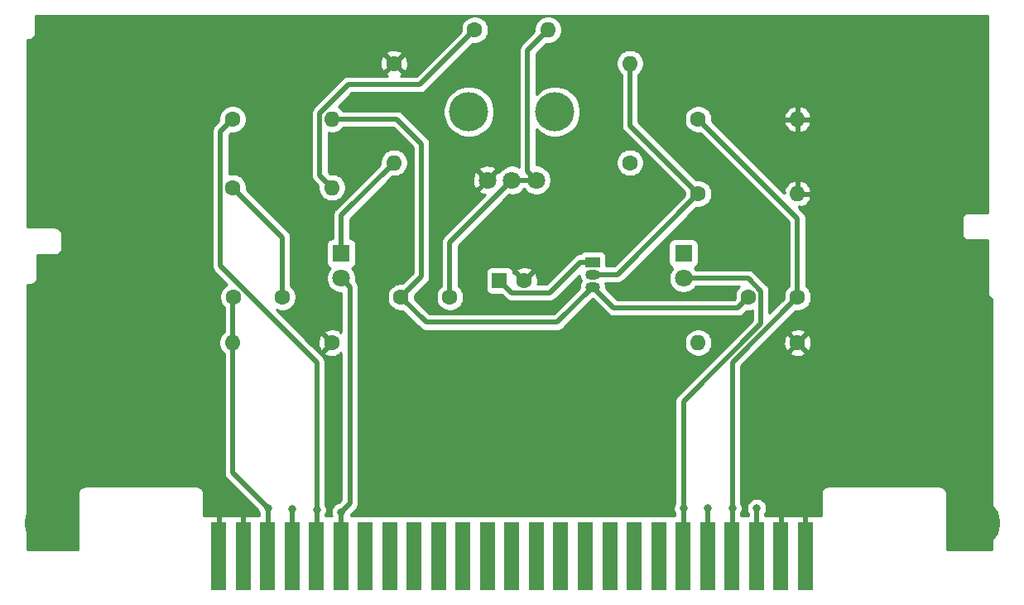
<source format=gbr>
G04 #@! TF.GenerationSoftware,KiCad,Pcbnew,(5.1.7)-1*
G04 #@! TF.CreationDate,2021-08-29T16:11:20-05:00*
G04 #@! TF.ProjectId,ConsolePedalWah,436f6e73-6f6c-4655-9065-64616c576168,rev?*
G04 #@! TF.SameCoordinates,Original*
G04 #@! TF.FileFunction,Copper,L1,Top*
G04 #@! TF.FilePolarity,Positive*
%FSLAX46Y46*%
G04 Gerber Fmt 4.6, Leading zero omitted, Abs format (unit mm)*
G04 Created by KiCad (PCBNEW (5.1.7)-1) date 2021-08-29 16:11:20*
%MOMM*%
%LPD*%
G01*
G04 APERTURE LIST*
G04 #@! TA.AperFunction,ComponentPad*
%ADD10R,1.800000X1.800000*%
G04 #@! TD*
G04 #@! TA.AperFunction,ComponentPad*
%ADD11C,1.800000*%
G04 #@! TD*
G04 #@! TA.AperFunction,ConnectorPad*
%ADD12R,1.500000X7.000000*%
G04 #@! TD*
G04 #@! TA.AperFunction,ComponentPad*
%ADD13C,5.000000*%
G04 #@! TD*
G04 #@! TA.AperFunction,ComponentPad*
%ADD14C,1.600000*%
G04 #@! TD*
G04 #@! TA.AperFunction,ComponentPad*
%ADD15O,1.600000X1.600000*%
G04 #@! TD*
G04 #@! TA.AperFunction,ComponentPad*
%ADD16O,1.500000X1.050000*%
G04 #@! TD*
G04 #@! TA.AperFunction,ComponentPad*
%ADD17R,1.500000X1.050000*%
G04 #@! TD*
G04 #@! TA.AperFunction,WasherPad*
%ADD18C,4.000000*%
G04 #@! TD*
G04 #@! TA.AperFunction,ComponentPad*
%ADD19R,1.600000X1.600000*%
G04 #@! TD*
G04 #@! TA.AperFunction,ViaPad*
%ADD20C,0.800000*%
G04 #@! TD*
G04 #@! TA.AperFunction,Conductor*
%ADD21C,0.500000*%
G04 #@! TD*
G04 #@! TA.AperFunction,Conductor*
%ADD22C,0.254000*%
G04 #@! TD*
G04 #@! TA.AperFunction,Conductor*
%ADD23C,0.100000*%
G04 #@! TD*
G04 APERTURE END LIST*
D10*
G04 #@! TO.P,D1,1*
G04 #@! TO.N,Net-(D1-Pad1)*
X115250000Y-95000000D03*
D11*
G04 #@! TO.P,D1,2*
G04 #@! TO.N,/LEDPower*
X115250000Y-97540000D03*
G04 #@! TD*
G04 #@! TO.P,D2,2*
G04 #@! TO.N,/LEDPower*
X150250000Y-97540000D03*
D10*
G04 #@! TO.P,D2,1*
G04 #@! TO.N,Net-(D1-Pad1)*
X150250000Y-95000000D03*
G04 #@! TD*
D12*
G04 #@! TO.P,J1,1*
G04 #@! TO.N,GND*
X102715000Y-126000000D03*
G04 #@! TO.P,J1,2*
X105215000Y-126000000D03*
G04 #@! TO.P,J1,3*
G04 #@! TO.N,/Input*
X107715000Y-126000000D03*
G04 #@! TO.P,J1,4*
G04 #@! TO.N,/Output*
X110215000Y-126000000D03*
G04 #@! TO.P,J1,5*
G04 #@! TO.N,+9V*
X112715000Y-126000000D03*
G04 #@! TO.P,J1,6*
G04 #@! TO.N,/LEDPower*
X115215000Y-126000000D03*
G04 #@! TO.P,J1,7*
G04 #@! TO.N,N/C*
X117715000Y-126000000D03*
G04 #@! TO.P,J1,8*
X120215000Y-126000000D03*
G04 #@! TO.P,J1,9*
X122715000Y-126000000D03*
G04 #@! TO.P,J1,10*
X125215000Y-126000000D03*
G04 #@! TO.P,J1,11*
X127715000Y-126000000D03*
G04 #@! TO.P,J1,12*
X130215000Y-126000000D03*
G04 #@! TO.P,J1,13*
X132715000Y-126000000D03*
G04 #@! TO.P,J1,14*
X135215000Y-126000000D03*
G04 #@! TO.P,J1,15*
X137715000Y-126000000D03*
G04 #@! TO.P,J1,16*
X140215000Y-126000000D03*
G04 #@! TO.P,J1,17*
X142715000Y-126000000D03*
G04 #@! TO.P,J1,18*
X145215000Y-126000000D03*
G04 #@! TO.P,J1,19*
X147715000Y-126000000D03*
G04 #@! TO.P,J1,20*
G04 #@! TO.N,/LEDPower*
X150215000Y-126000000D03*
G04 #@! TO.P,J1,21*
G04 #@! TO.N,+9V*
X152715000Y-126000000D03*
G04 #@! TO.P,J1,22*
G04 #@! TO.N,/Output*
X155215000Y-126000000D03*
G04 #@! TO.P,J1,23*
G04 #@! TO.N,/Input*
X157715000Y-126000000D03*
G04 #@! TO.P,J1,24*
G04 #@! TO.N,GND*
X160215000Y-126000000D03*
G04 #@! TO.P,J1,25*
X162715000Y-126000000D03*
G04 #@! TD*
D13*
G04 #@! TO.P,H1,1*
G04 #@! TO.N,GND*
X85350000Y-122600000D03*
G04 #@! TD*
G04 #@! TO.P,H2,1*
G04 #@! TO.N,GND*
X180150000Y-122600000D03*
G04 #@! TD*
D14*
G04 #@! TO.P,R8,1*
G04 #@! TO.N,GND*
X120650000Y-75565000D03*
D15*
G04 #@! TO.P,R8,2*
G04 #@! TO.N,Net-(D1-Pad1)*
X120650000Y-85725000D03*
G04 #@! TD*
D14*
G04 #@! TO.P,C1,1*
G04 #@! TO.N,Net-(C1-Pad1)*
X109220000Y-99460000D03*
G04 #@! TO.P,C1,2*
G04 #@! TO.N,/Input*
X104220000Y-99460000D03*
G04 #@! TD*
G04 #@! TO.P,C2,1*
G04 #@! TO.N,Net-(C2-Pad1)*
X128905000Y-72136000D03*
D15*
G04 #@! TO.P,C2,2*
G04 #@! TO.N,Net-(C2-Pad2)*
X136405000Y-72136000D03*
G04 #@! TD*
D14*
G04 #@! TO.P,C4,2*
G04 #@! TO.N,Net-(C4-Pad2)*
X121365000Y-99460000D03*
G04 #@! TO.P,C4,1*
G04 #@! TO.N,Net-(C2-Pad2)*
X126365000Y-99460000D03*
G04 #@! TD*
G04 #@! TO.P,C5,1*
G04 #@! TO.N,/Output*
X161925000Y-99460000D03*
G04 #@! TO.P,C5,2*
G04 #@! TO.N,Net-(C4-Pad2)*
X156925000Y-99460000D03*
G04 #@! TD*
D16*
G04 #@! TO.P,Q1,2*
G04 #@! TO.N,Net-(C2-Pad1)*
X140970000Y-97155000D03*
G04 #@! TO.P,Q1,3*
G04 #@! TO.N,Net-(C4-Pad2)*
X140970000Y-98425000D03*
D17*
G04 #@! TO.P,Q1,1*
G04 #@! TO.N,Net-(C3-Pad1)*
X140970000Y-95885000D03*
G04 #@! TD*
D14*
G04 #@! TO.P,R1,1*
G04 #@! TO.N,GND*
X114300000Y-104140000D03*
D15*
G04 #@! TO.P,R1,2*
G04 #@! TO.N,/Input*
X104140000Y-104140000D03*
G04 #@! TD*
G04 #@! TO.P,R2,2*
G04 #@! TO.N,Net-(C4-Pad2)*
X114300000Y-81280000D03*
D14*
G04 #@! TO.P,R2,1*
G04 #@! TO.N,+9V*
X104140000Y-81280000D03*
G04 #@! TD*
D15*
G04 #@! TO.P,R3,2*
G04 #@! TO.N,Net-(C2-Pad1)*
X114300000Y-88265000D03*
D14*
G04 #@! TO.P,R3,1*
G04 #@! TO.N,Net-(C1-Pad1)*
X104140000Y-88265000D03*
G04 #@! TD*
G04 #@! TO.P,R4,1*
G04 #@! TO.N,Net-(C4-Pad2)*
X144780000Y-85725000D03*
D15*
G04 #@! TO.P,R4,2*
G04 #@! TO.N,Net-(C2-Pad1)*
X144780000Y-75565000D03*
G04 #@! TD*
D14*
G04 #@! TO.P,R5,1*
G04 #@! TO.N,Net-(C2-Pad1)*
X151765000Y-88900000D03*
D15*
G04 #@! TO.P,R5,2*
G04 #@! TO.N,GND*
X161925000Y-88900000D03*
G04 #@! TD*
D14*
G04 #@! TO.P,R6,1*
G04 #@! TO.N,GND*
X161925000Y-104140000D03*
D15*
G04 #@! TO.P,R6,2*
G04 #@! TO.N,Net-(C3-Pad1)*
X151765000Y-104140000D03*
G04 #@! TD*
G04 #@! TO.P,R7,2*
G04 #@! TO.N,GND*
X161925000Y-81280000D03*
D14*
G04 #@! TO.P,R7,1*
G04 #@! TO.N,/Output*
X151765000Y-81280000D03*
G04 #@! TD*
D11*
G04 #@! TO.P,RV1,3*
G04 #@! TO.N,GND*
X130215000Y-87500000D03*
G04 #@! TO.P,RV1,2*
G04 #@! TO.N,Net-(C2-Pad2)*
X132715000Y-87500000D03*
G04 #@! TO.P,RV1,1*
X135215000Y-87500000D03*
D18*
G04 #@! TO.P,RV1,*
G04 #@! TO.N,*
X128315000Y-80500000D03*
X137115000Y-80500000D03*
G04 #@! TD*
D19*
G04 #@! TO.P,C3,1*
G04 #@! TO.N,Net-(C3-Pad1)*
X131445000Y-97790000D03*
D14*
G04 #@! TO.P,C3,2*
G04 #@! TO.N,GND*
X133945000Y-97790000D03*
G04 #@! TD*
D20*
G04 #@! TO.N,GND*
X105250000Y-120979000D03*
X160250000Y-120988000D03*
X102750000Y-121038000D03*
X162750000Y-120967000D03*
G04 #@! TO.N,/LEDPower*
X115250000Y-121454000D03*
X150250000Y-121073000D03*
G04 #@! TO.N,/Input*
X107750000Y-121066000D03*
X157750000Y-121066000D03*
G04 #@! TO.N,/Output*
X110250000Y-121195000D03*
X155250000Y-121068000D03*
G04 #@! TO.N,+9V*
X112750000Y-121235000D03*
X152750000Y-121108000D03*
G04 #@! TD*
D21*
G04 #@! TO.N,GND*
X105250000Y-126000000D02*
X105250000Y-120979000D01*
X160250000Y-126000000D02*
X160250000Y-120988000D01*
X102750000Y-126000000D02*
X102750000Y-121038000D01*
X162750000Y-126000000D02*
X162750000Y-120967000D01*
G04 #@! TO.N,/LEDPower*
X115250000Y-126000000D02*
X115250000Y-121454000D01*
X150250000Y-126000000D02*
X150250000Y-121073000D01*
X116149999Y-120554001D02*
X115250000Y-121454000D01*
X116149999Y-98439999D02*
X116149999Y-120554001D01*
X115250000Y-97540000D02*
X116149999Y-98439999D01*
X158175001Y-102220037D02*
X150250000Y-110145038D01*
X158175001Y-98859999D02*
X158175001Y-102220037D01*
X150250000Y-110145038D02*
X150250000Y-121073000D01*
X156855002Y-97540000D02*
X158175001Y-98859999D01*
X150250000Y-97540000D02*
X156855002Y-97540000D01*
G04 #@! TO.N,/Input*
X107750000Y-126000000D02*
X107750000Y-121066000D01*
X157750000Y-126000000D02*
X157750000Y-121066000D01*
X157734000Y-121050000D02*
X157750000Y-121066000D01*
X104140000Y-117456000D02*
X107750000Y-121066000D01*
X104140000Y-104140000D02*
X104140000Y-117456000D01*
X104140000Y-99540000D02*
X104220000Y-99460000D01*
X104140000Y-104140000D02*
X104140000Y-99540000D01*
G04 #@! TO.N,/Output*
X110250000Y-126000000D02*
X110250000Y-121195000D01*
X155250000Y-126000000D02*
X155250000Y-121068000D01*
X110250000Y-121045000D02*
X110250000Y-121195000D01*
X161925000Y-91440000D02*
X151765000Y-81280000D01*
X161925000Y-99460000D02*
X161925000Y-91440000D01*
X155250000Y-106135000D02*
X155250000Y-121068000D01*
X161925000Y-99460000D02*
X155250000Y-106135000D01*
G04 #@! TO.N,+9V*
X112750000Y-126000000D02*
X112750000Y-121235000D01*
X152750000Y-126000000D02*
X152750000Y-121108000D01*
X112750000Y-106139998D02*
X112750000Y-121235000D01*
X102889999Y-96279997D02*
X112750000Y-106139998D01*
X102889999Y-82530001D02*
X102889999Y-96279997D01*
X104140000Y-81280000D02*
X102889999Y-82530001D01*
G04 #@! TO.N,Net-(D1-Pad1)*
X115250000Y-91125000D02*
X120650000Y-85725000D01*
X115250000Y-95000000D02*
X115250000Y-91125000D01*
G04 #@! TO.N,Net-(C2-Pad1)*
X144780000Y-81915000D02*
X144780000Y-75565000D01*
X151765000Y-88900000D02*
X144780000Y-81915000D01*
X143510000Y-97155000D02*
X151765000Y-88900000D01*
X140970000Y-97155000D02*
X143510000Y-97155000D01*
X113049999Y-80679999D02*
X116005998Y-77724000D01*
X113049999Y-87014999D02*
X113049999Y-80679999D01*
X114300000Y-88265000D02*
X113049999Y-87014999D01*
X123317000Y-77724000D02*
X128905000Y-72136000D01*
X116005998Y-77724000D02*
X123317000Y-77724000D01*
G04 #@! TO.N,Net-(C2-Pad2)*
X132715000Y-87500000D02*
X135215000Y-87500000D01*
X134315001Y-74225999D02*
X136405000Y-72136000D01*
X134315001Y-86600001D02*
X134315001Y-74225999D01*
X135215000Y-87500000D02*
X134315001Y-86600001D01*
X126365000Y-93850000D02*
X132715000Y-87500000D01*
X126365000Y-99460000D02*
X126365000Y-93850000D01*
G04 #@! TO.N,Net-(C3-Pad1)*
X136564999Y-99040001D02*
X139720000Y-95885000D01*
X132695001Y-99040001D02*
X136564999Y-99040001D01*
X139720000Y-95885000D02*
X140970000Y-95885000D01*
X131445000Y-97790000D02*
X132695001Y-99040001D01*
G04 #@! TO.N,Net-(C1-Pad1)*
X109220000Y-93345000D02*
X104140000Y-88265000D01*
X109220000Y-99460000D02*
X109220000Y-93345000D01*
G04 #@! TO.N,Net-(C4-Pad2)*
X121365000Y-99460000D02*
X123952000Y-102047000D01*
X137348000Y-102047000D02*
X140970000Y-98425000D01*
X123952000Y-102047000D02*
X137348000Y-102047000D01*
X140970000Y-98425000D02*
X143129000Y-100584000D01*
X155801000Y-100584000D02*
X156925000Y-99460000D01*
X143129000Y-100584000D02*
X155801000Y-100584000D01*
X123444000Y-97381000D02*
X121365000Y-99460000D01*
X123444000Y-83820000D02*
X123444000Y-97381000D01*
X120904000Y-81280000D02*
X123444000Y-83820000D01*
X114300000Y-81280000D02*
X120904000Y-81280000D01*
G04 #@! TD*
D22*
G04 #@! TO.N,GND*
X181323001Y-90823000D02*
X179433252Y-90823000D01*
X179400000Y-90819725D01*
X179366748Y-90823000D01*
X179267285Y-90832796D01*
X179139670Y-90871508D01*
X179022059Y-90934372D01*
X178918973Y-91018973D01*
X178834372Y-91122059D01*
X178771508Y-91239670D01*
X178732796Y-91367285D01*
X178719725Y-91500000D01*
X178723001Y-91533262D01*
X178723000Y-92966747D01*
X178719725Y-93000000D01*
X178732796Y-93132715D01*
X178771508Y-93260330D01*
X178834372Y-93377941D01*
X178918973Y-93481027D01*
X179022059Y-93565628D01*
X179139670Y-93628492D01*
X179267285Y-93667204D01*
X179400000Y-93680275D01*
X179433252Y-93677000D01*
X181323000Y-93677000D01*
X181323001Y-98966738D01*
X181319725Y-99000000D01*
X181332796Y-99132715D01*
X181371508Y-99260330D01*
X181434372Y-99377941D01*
X181518973Y-99481027D01*
X181622059Y-99565628D01*
X181739670Y-99628492D01*
X181823001Y-99653770D01*
X181823000Y-125323000D01*
X177177000Y-125323000D01*
X177177000Y-119533252D01*
X177180275Y-119500000D01*
X177167204Y-119367285D01*
X177128492Y-119239670D01*
X177065628Y-119122059D01*
X176981027Y-119018973D01*
X176877941Y-118934372D01*
X176760330Y-118871508D01*
X176632715Y-118832796D01*
X176533252Y-118823000D01*
X176500000Y-118819725D01*
X176466748Y-118823000D01*
X165033252Y-118823000D01*
X165000000Y-118819725D01*
X164966748Y-118823000D01*
X164867285Y-118832796D01*
X164739670Y-118871508D01*
X164622059Y-118934372D01*
X164518973Y-119018973D01*
X164434372Y-119122059D01*
X164371508Y-119239670D01*
X164332796Y-119367285D01*
X164319725Y-119500000D01*
X164323001Y-119533262D01*
X164323001Y-121793000D01*
X158627000Y-121793000D01*
X158627000Y-121602027D01*
X158660115Y-121552467D01*
X158737533Y-121365565D01*
X158777000Y-121167151D01*
X158777000Y-120964849D01*
X158737533Y-120766435D01*
X158660115Y-120579533D01*
X158547723Y-120411326D01*
X158404674Y-120268277D01*
X158236467Y-120155885D01*
X158049565Y-120078467D01*
X157851151Y-120039000D01*
X157648849Y-120039000D01*
X157450435Y-120078467D01*
X157263533Y-120155885D01*
X157095326Y-120268277D01*
X156952277Y-120411326D01*
X156839885Y-120579533D01*
X156762467Y-120766435D01*
X156723000Y-120964849D01*
X156723000Y-121167151D01*
X156762467Y-121365565D01*
X156839885Y-121552467D01*
X156873001Y-121602029D01*
X156873001Y-121793000D01*
X156127000Y-121793000D01*
X156127000Y-121604027D01*
X156160115Y-121554467D01*
X156237533Y-121367565D01*
X156277000Y-121169151D01*
X156277000Y-120966849D01*
X156237533Y-120768435D01*
X156160115Y-120581533D01*
X156127000Y-120531973D01*
X156127000Y-106498265D01*
X157492563Y-105132702D01*
X161111903Y-105132702D01*
X161183486Y-105376671D01*
X161438996Y-105497571D01*
X161713184Y-105566300D01*
X161995512Y-105580217D01*
X162275130Y-105538787D01*
X162541292Y-105443603D01*
X162666514Y-105376671D01*
X162738097Y-105132702D01*
X161925000Y-104319605D01*
X161111903Y-105132702D01*
X157492563Y-105132702D01*
X158414753Y-104210512D01*
X160484783Y-104210512D01*
X160526213Y-104490130D01*
X160621397Y-104756292D01*
X160688329Y-104881514D01*
X160932298Y-104953097D01*
X161745395Y-104140000D01*
X162104605Y-104140000D01*
X162917702Y-104953097D01*
X163161671Y-104881514D01*
X163282571Y-104626004D01*
X163351300Y-104351816D01*
X163365217Y-104069488D01*
X163323787Y-103789870D01*
X163228603Y-103523708D01*
X163161671Y-103398486D01*
X162917702Y-103326903D01*
X162104605Y-104140000D01*
X161745395Y-104140000D01*
X160932298Y-103326903D01*
X160688329Y-103398486D01*
X160567429Y-103653996D01*
X160498700Y-103928184D01*
X160484783Y-104210512D01*
X158414753Y-104210512D01*
X159477967Y-103147298D01*
X161111903Y-103147298D01*
X161925000Y-103960395D01*
X162738097Y-103147298D01*
X162666514Y-102903329D01*
X162411004Y-102782429D01*
X162136816Y-102713700D01*
X161854488Y-102699783D01*
X161574870Y-102741213D01*
X161308708Y-102836397D01*
X161183486Y-102903329D01*
X161111903Y-103147298D01*
X159477967Y-103147298D01*
X161745928Y-100879337D01*
X161784453Y-100887000D01*
X162065547Y-100887000D01*
X162341241Y-100832162D01*
X162600938Y-100724591D01*
X162834660Y-100568424D01*
X163033424Y-100369660D01*
X163189591Y-100135938D01*
X163297162Y-99876241D01*
X163352000Y-99600547D01*
X163352000Y-99319453D01*
X163297162Y-99043759D01*
X163189591Y-98784062D01*
X163033424Y-98550340D01*
X162834660Y-98351576D01*
X162802000Y-98329753D01*
X162802000Y-91483079D01*
X162806243Y-91440000D01*
X162789310Y-91268077D01*
X162739162Y-91102763D01*
X162728022Y-91081921D01*
X162657727Y-90950408D01*
X162548133Y-90816867D01*
X162514674Y-90789408D01*
X162052002Y-90326736D01*
X162052002Y-90170625D01*
X162274040Y-90291909D01*
X162538881Y-90197070D01*
X162780131Y-90052385D01*
X162988519Y-89863414D01*
X163156037Y-89637420D01*
X163276246Y-89383087D01*
X163316904Y-89249039D01*
X163194915Y-89027000D01*
X162052000Y-89027000D01*
X162052000Y-89047000D01*
X161798000Y-89047000D01*
X161798000Y-89027000D01*
X161778000Y-89027000D01*
X161778000Y-88773000D01*
X161798000Y-88773000D01*
X161798000Y-87629376D01*
X162052000Y-87629376D01*
X162052000Y-88773000D01*
X163194915Y-88773000D01*
X163316904Y-88550961D01*
X163276246Y-88416913D01*
X163156037Y-88162580D01*
X162988519Y-87936586D01*
X162780131Y-87747615D01*
X162538881Y-87602930D01*
X162274040Y-87508091D01*
X162052000Y-87629376D01*
X161798000Y-87629376D01*
X161575960Y-87508091D01*
X161311119Y-87602930D01*
X161069869Y-87747615D01*
X160861481Y-87936586D01*
X160693963Y-88162580D01*
X160573754Y-88416913D01*
X160533096Y-88550961D01*
X160655084Y-88772998D01*
X160498264Y-88772998D01*
X153354305Y-81629039D01*
X160533096Y-81629039D01*
X160573754Y-81763087D01*
X160693963Y-82017420D01*
X160861481Y-82243414D01*
X161069869Y-82432385D01*
X161311119Y-82577070D01*
X161575960Y-82671909D01*
X161798000Y-82550624D01*
X161798000Y-81407000D01*
X162052000Y-81407000D01*
X162052000Y-82550624D01*
X162274040Y-82671909D01*
X162538881Y-82577070D01*
X162780131Y-82432385D01*
X162988519Y-82243414D01*
X163156037Y-82017420D01*
X163276246Y-81763087D01*
X163316904Y-81629039D01*
X163194915Y-81407000D01*
X162052000Y-81407000D01*
X161798000Y-81407000D01*
X160655085Y-81407000D01*
X160533096Y-81629039D01*
X153354305Y-81629039D01*
X153184337Y-81459072D01*
X153192000Y-81420547D01*
X153192000Y-81139453D01*
X153150530Y-80930961D01*
X160533096Y-80930961D01*
X160655085Y-81153000D01*
X161798000Y-81153000D01*
X161798000Y-80009376D01*
X162052000Y-80009376D01*
X162052000Y-81153000D01*
X163194915Y-81153000D01*
X163316904Y-80930961D01*
X163276246Y-80796913D01*
X163156037Y-80542580D01*
X162988519Y-80316586D01*
X162780131Y-80127615D01*
X162538881Y-79982930D01*
X162274040Y-79888091D01*
X162052000Y-80009376D01*
X161798000Y-80009376D01*
X161575960Y-79888091D01*
X161311119Y-79982930D01*
X161069869Y-80127615D01*
X160861481Y-80316586D01*
X160693963Y-80542580D01*
X160573754Y-80796913D01*
X160533096Y-80930961D01*
X153150530Y-80930961D01*
X153137162Y-80863759D01*
X153029591Y-80604062D01*
X152873424Y-80370340D01*
X152674660Y-80171576D01*
X152440938Y-80015409D01*
X152181241Y-79907838D01*
X151905547Y-79853000D01*
X151624453Y-79853000D01*
X151348759Y-79907838D01*
X151089062Y-80015409D01*
X150855340Y-80171576D01*
X150656576Y-80370340D01*
X150500409Y-80604062D01*
X150392838Y-80863759D01*
X150338000Y-81139453D01*
X150338000Y-81420547D01*
X150392838Y-81696241D01*
X150500409Y-81955938D01*
X150656576Y-82189660D01*
X150855340Y-82388424D01*
X151089062Y-82544591D01*
X151348759Y-82652162D01*
X151624453Y-82707000D01*
X151905547Y-82707000D01*
X151944072Y-82699337D01*
X161048001Y-91803267D01*
X161048000Y-98329753D01*
X161015340Y-98351576D01*
X160816576Y-98550340D01*
X160660409Y-98784062D01*
X160552838Y-99043759D01*
X160498000Y-99319453D01*
X160498000Y-99600547D01*
X160505663Y-99639072D01*
X159052001Y-101092734D01*
X159052001Y-98903068D01*
X159056243Y-98859998D01*
X159052001Y-98816929D01*
X159052001Y-98816920D01*
X159039311Y-98688077D01*
X158989163Y-98522762D01*
X158907728Y-98370407D01*
X158798134Y-98236866D01*
X158764670Y-98209403D01*
X157505599Y-96950332D01*
X157478135Y-96916867D01*
X157344594Y-96807273D01*
X157192239Y-96725838D01*
X157026924Y-96675690D01*
X156898081Y-96663000D01*
X156855002Y-96658757D01*
X156811923Y-96663000D01*
X151500515Y-96663000D01*
X151436099Y-96566594D01*
X151360779Y-96491274D01*
X151391103Y-96482075D01*
X151500028Y-96423853D01*
X151595501Y-96345501D01*
X151673853Y-96250028D01*
X151732075Y-96141103D01*
X151767927Y-96022913D01*
X151780033Y-95900000D01*
X151780033Y-94100000D01*
X151767927Y-93977087D01*
X151732075Y-93858897D01*
X151673853Y-93749972D01*
X151595501Y-93654499D01*
X151500028Y-93576147D01*
X151391103Y-93517925D01*
X151272913Y-93482073D01*
X151150000Y-93469967D01*
X149350000Y-93469967D01*
X149227087Y-93482073D01*
X149108897Y-93517925D01*
X148999972Y-93576147D01*
X148904499Y-93654499D01*
X148826147Y-93749972D01*
X148767925Y-93858897D01*
X148732073Y-93977087D01*
X148719967Y-94100000D01*
X148719967Y-95900000D01*
X148732073Y-96022913D01*
X148767925Y-96141103D01*
X148826147Y-96250028D01*
X148904499Y-96345501D01*
X148999972Y-96423853D01*
X149108897Y-96482075D01*
X149139221Y-96491274D01*
X149063901Y-96566594D01*
X148896790Y-96816694D01*
X148781681Y-97094590D01*
X148723000Y-97389604D01*
X148723000Y-97690396D01*
X148781681Y-97985410D01*
X148896790Y-98263306D01*
X149063901Y-98513406D01*
X149276594Y-98726099D01*
X149526694Y-98893210D01*
X149804590Y-99008319D01*
X150099604Y-99067000D01*
X150400396Y-99067000D01*
X150695410Y-99008319D01*
X150973306Y-98893210D01*
X151223406Y-98726099D01*
X151436099Y-98513406D01*
X151500515Y-98417000D01*
X155949916Y-98417000D01*
X155816576Y-98550340D01*
X155660409Y-98784062D01*
X155552838Y-99043759D01*
X155498000Y-99319453D01*
X155498000Y-99600547D01*
X155505663Y-99639072D01*
X155437735Y-99707000D01*
X143492266Y-99707000D01*
X142339815Y-98554549D01*
X142352574Y-98425000D01*
X142330332Y-98199169D01*
X142279622Y-98032000D01*
X143466921Y-98032000D01*
X143510000Y-98036243D01*
X143553079Y-98032000D01*
X143681922Y-98019310D01*
X143847237Y-97969162D01*
X143999592Y-97887727D01*
X144133133Y-97778133D01*
X144160597Y-97744668D01*
X151585929Y-90319337D01*
X151624453Y-90327000D01*
X151905547Y-90327000D01*
X152181241Y-90272162D01*
X152440938Y-90164591D01*
X152674660Y-90008424D01*
X152873424Y-89809660D01*
X153029591Y-89575938D01*
X153137162Y-89316241D01*
X153192000Y-89040547D01*
X153192000Y-88759453D01*
X153137162Y-88483759D01*
X153029591Y-88224062D01*
X152873424Y-87990340D01*
X152674660Y-87791576D01*
X152440938Y-87635409D01*
X152181241Y-87527838D01*
X151905547Y-87473000D01*
X151624453Y-87473000D01*
X151585929Y-87480663D01*
X145657000Y-81551735D01*
X145657000Y-76695247D01*
X145689660Y-76673424D01*
X145888424Y-76474660D01*
X146044591Y-76240938D01*
X146152162Y-75981241D01*
X146207000Y-75705547D01*
X146207000Y-75424453D01*
X146152162Y-75148759D01*
X146044591Y-74889062D01*
X145888424Y-74655340D01*
X145689660Y-74456576D01*
X145455938Y-74300409D01*
X145196241Y-74192838D01*
X144920547Y-74138000D01*
X144639453Y-74138000D01*
X144363759Y-74192838D01*
X144104062Y-74300409D01*
X143870340Y-74456576D01*
X143671576Y-74655340D01*
X143515409Y-74889062D01*
X143407838Y-75148759D01*
X143353000Y-75424453D01*
X143353000Y-75705547D01*
X143407838Y-75981241D01*
X143515409Y-76240938D01*
X143671576Y-76474660D01*
X143870340Y-76673424D01*
X143903001Y-76695247D01*
X143903000Y-81871920D01*
X143898757Y-81915000D01*
X143915690Y-82086922D01*
X143963162Y-82243414D01*
X143965838Y-82252236D01*
X144047273Y-82404591D01*
X144156867Y-82538133D01*
X144190332Y-82565597D01*
X150345663Y-88720929D01*
X150338000Y-88759453D01*
X150338000Y-89040547D01*
X150345663Y-89079071D01*
X143146735Y-96278000D01*
X142350033Y-96278000D01*
X142350033Y-95360000D01*
X142337927Y-95237087D01*
X142302075Y-95118897D01*
X142243853Y-95009972D01*
X142165501Y-94914499D01*
X142070028Y-94836147D01*
X141961103Y-94777925D01*
X141842913Y-94742073D01*
X141720000Y-94729967D01*
X140220000Y-94729967D01*
X140097087Y-94742073D01*
X139978897Y-94777925D01*
X139869972Y-94836147D01*
X139774499Y-94914499D01*
X139699598Y-95005767D01*
X139676930Y-95008000D01*
X139676921Y-95008000D01*
X139548078Y-95020690D01*
X139382763Y-95070838D01*
X139230408Y-95152273D01*
X139096867Y-95261867D01*
X139069403Y-95295332D01*
X136201734Y-98163001D01*
X135330897Y-98163001D01*
X135371300Y-98001816D01*
X135385217Y-97719488D01*
X135343787Y-97439870D01*
X135248603Y-97173708D01*
X135181671Y-97048486D01*
X134937702Y-96976903D01*
X134124605Y-97790000D01*
X134138748Y-97804143D01*
X133959143Y-97983748D01*
X133945000Y-97969605D01*
X133930858Y-97983748D01*
X133751253Y-97804143D01*
X133765395Y-97790000D01*
X132952298Y-96976903D01*
X132875033Y-96999573D01*
X132875033Y-96990000D01*
X132862927Y-96867087D01*
X132841758Y-96797298D01*
X133131903Y-96797298D01*
X133945000Y-97610395D01*
X134758097Y-96797298D01*
X134686514Y-96553329D01*
X134431004Y-96432429D01*
X134156816Y-96363700D01*
X133874488Y-96349783D01*
X133594870Y-96391213D01*
X133328708Y-96486397D01*
X133203486Y-96553329D01*
X133131903Y-96797298D01*
X132841758Y-96797298D01*
X132827075Y-96748897D01*
X132768853Y-96639972D01*
X132690501Y-96544499D01*
X132595028Y-96466147D01*
X132486103Y-96407925D01*
X132367913Y-96372073D01*
X132245000Y-96359967D01*
X130645000Y-96359967D01*
X130522087Y-96372073D01*
X130403897Y-96407925D01*
X130294972Y-96466147D01*
X130199499Y-96544499D01*
X130121147Y-96639972D01*
X130062925Y-96748897D01*
X130027073Y-96867087D01*
X130014967Y-96990000D01*
X130014967Y-98590000D01*
X130027073Y-98712913D01*
X130062925Y-98831103D01*
X130121147Y-98940028D01*
X130199499Y-99035501D01*
X130294972Y-99113853D01*
X130403897Y-99172075D01*
X130522087Y-99207927D01*
X130645000Y-99220033D01*
X131634768Y-99220033D01*
X132044404Y-99629669D01*
X132071868Y-99663134D01*
X132205409Y-99772728D01*
X132357764Y-99854163D01*
X132523079Y-99904311D01*
X132651922Y-99917001D01*
X132651931Y-99917001D01*
X132695000Y-99921243D01*
X132738070Y-99917001D01*
X136521920Y-99917001D01*
X136564999Y-99921244D01*
X136608078Y-99917001D01*
X136736921Y-99904311D01*
X136902236Y-99854163D01*
X137054591Y-99772728D01*
X137188132Y-99663134D01*
X137215596Y-99629669D01*
X139596646Y-97248619D01*
X139609668Y-97380831D01*
X139675541Y-97597984D01*
X139778175Y-97790000D01*
X139675541Y-97982016D01*
X139609668Y-98199169D01*
X139587426Y-98425000D01*
X139600185Y-98554550D01*
X136984735Y-101170000D01*
X124315265Y-101170000D01*
X122784337Y-99639072D01*
X122792000Y-99600547D01*
X122792000Y-99319453D01*
X124938000Y-99319453D01*
X124938000Y-99600547D01*
X124992838Y-99876241D01*
X125100409Y-100135938D01*
X125256576Y-100369660D01*
X125455340Y-100568424D01*
X125689062Y-100724591D01*
X125948759Y-100832162D01*
X126224453Y-100887000D01*
X126505547Y-100887000D01*
X126781241Y-100832162D01*
X127040938Y-100724591D01*
X127274660Y-100568424D01*
X127473424Y-100369660D01*
X127629591Y-100135938D01*
X127737162Y-99876241D01*
X127792000Y-99600547D01*
X127792000Y-99319453D01*
X127737162Y-99043759D01*
X127629591Y-98784062D01*
X127473424Y-98550340D01*
X127274660Y-98351576D01*
X127242000Y-98329753D01*
X127242000Y-94213265D01*
X132450886Y-89004380D01*
X132564604Y-89027000D01*
X132865396Y-89027000D01*
X133160410Y-88968319D01*
X133438306Y-88853210D01*
X133688406Y-88686099D01*
X133901099Y-88473406D01*
X133965000Y-88377771D01*
X134028901Y-88473406D01*
X134241594Y-88686099D01*
X134491694Y-88853210D01*
X134769590Y-88968319D01*
X135064604Y-89027000D01*
X135365396Y-89027000D01*
X135660410Y-88968319D01*
X135938306Y-88853210D01*
X136188406Y-88686099D01*
X136401099Y-88473406D01*
X136568210Y-88223306D01*
X136683319Y-87945410D01*
X136742000Y-87650396D01*
X136742000Y-87349604D01*
X136683319Y-87054590D01*
X136568210Y-86776694D01*
X136401099Y-86526594D01*
X136188406Y-86313901D01*
X135938306Y-86146790D01*
X135660410Y-86031681D01*
X135365396Y-85973000D01*
X135192001Y-85973000D01*
X135192001Y-85584453D01*
X143353000Y-85584453D01*
X143353000Y-85865547D01*
X143407838Y-86141241D01*
X143515409Y-86400938D01*
X143671576Y-86634660D01*
X143870340Y-86833424D01*
X144104062Y-86989591D01*
X144363759Y-87097162D01*
X144639453Y-87152000D01*
X144920547Y-87152000D01*
X145196241Y-87097162D01*
X145455938Y-86989591D01*
X145689660Y-86833424D01*
X145888424Y-86634660D01*
X146044591Y-86400938D01*
X146152162Y-86141241D01*
X146207000Y-85865547D01*
X146207000Y-85584453D01*
X146152162Y-85308759D01*
X146044591Y-85049062D01*
X145888424Y-84815340D01*
X145689660Y-84616576D01*
X145455938Y-84460409D01*
X145196241Y-84352838D01*
X144920547Y-84298000D01*
X144639453Y-84298000D01*
X144363759Y-84352838D01*
X144104062Y-84460409D01*
X143870340Y-84616576D01*
X143671576Y-84815340D01*
X143515409Y-85049062D01*
X143407838Y-85308759D01*
X143353000Y-85584453D01*
X135192001Y-85584453D01*
X135192001Y-82292140D01*
X135440385Y-82540524D01*
X135870649Y-82828017D01*
X136348732Y-83026046D01*
X136856263Y-83127000D01*
X137373737Y-83127000D01*
X137881268Y-83026046D01*
X138359351Y-82828017D01*
X138789615Y-82540524D01*
X139155524Y-82174615D01*
X139443017Y-81744351D01*
X139641046Y-81266268D01*
X139742000Y-80758737D01*
X139742000Y-80241263D01*
X139641046Y-79733732D01*
X139443017Y-79255649D01*
X139155524Y-78825385D01*
X138789615Y-78459476D01*
X138359351Y-78171983D01*
X137881268Y-77973954D01*
X137373737Y-77873000D01*
X136856263Y-77873000D01*
X136348732Y-77973954D01*
X135870649Y-78171983D01*
X135440385Y-78459476D01*
X135192001Y-78707860D01*
X135192001Y-74589264D01*
X136225928Y-73555337D01*
X136264453Y-73563000D01*
X136545547Y-73563000D01*
X136821241Y-73508162D01*
X137080938Y-73400591D01*
X137314660Y-73244424D01*
X137513424Y-73045660D01*
X137669591Y-72811938D01*
X137777162Y-72552241D01*
X137832000Y-72276547D01*
X137832000Y-71995453D01*
X137777162Y-71719759D01*
X137669591Y-71460062D01*
X137513424Y-71226340D01*
X137314660Y-71027576D01*
X137080938Y-70871409D01*
X136821241Y-70763838D01*
X136545547Y-70709000D01*
X136264453Y-70709000D01*
X135988759Y-70763838D01*
X135729062Y-70871409D01*
X135495340Y-71027576D01*
X135296576Y-71226340D01*
X135140409Y-71460062D01*
X135032838Y-71719759D01*
X134978000Y-71995453D01*
X134978000Y-72276547D01*
X134985663Y-72315072D01*
X133725328Y-73575407D01*
X133691869Y-73602866D01*
X133664410Y-73636325D01*
X133664407Y-73636328D01*
X133582275Y-73736407D01*
X133500839Y-73888763D01*
X133450691Y-74054077D01*
X133433758Y-74225999D01*
X133438002Y-74269089D01*
X133438001Y-86146664D01*
X133160410Y-86031681D01*
X132865396Y-85973000D01*
X132564604Y-85973000D01*
X132269590Y-86031681D01*
X131991694Y-86146790D01*
X131741594Y-86313901D01*
X131528901Y-86526594D01*
X131435147Y-86666906D01*
X131279080Y-86615525D01*
X130394605Y-87500000D01*
X130408748Y-87514143D01*
X130229143Y-87693748D01*
X130215000Y-87679605D01*
X129330525Y-88564080D01*
X129414208Y-88818261D01*
X129686775Y-88949158D01*
X129956350Y-89018384D01*
X125775327Y-93199408D01*
X125741868Y-93226867D01*
X125714409Y-93260326D01*
X125714406Y-93260329D01*
X125632274Y-93360408D01*
X125550838Y-93512764D01*
X125500690Y-93678078D01*
X125483757Y-93850000D01*
X125488001Y-93893089D01*
X125488000Y-98329753D01*
X125455340Y-98351576D01*
X125256576Y-98550340D01*
X125100409Y-98784062D01*
X124992838Y-99043759D01*
X124938000Y-99319453D01*
X122792000Y-99319453D01*
X122784337Y-99280928D01*
X124033674Y-98031592D01*
X124067133Y-98004133D01*
X124095470Y-97969605D01*
X124162665Y-97887727D01*
X124176727Y-97870592D01*
X124258162Y-97718237D01*
X124284105Y-97632714D01*
X124308310Y-97552923D01*
X124325243Y-97381000D01*
X124321000Y-97337921D01*
X124321000Y-87566553D01*
X128674009Y-87566553D01*
X128716603Y-87865907D01*
X128816778Y-88151199D01*
X128896739Y-88300792D01*
X129150920Y-88384475D01*
X130035395Y-87500000D01*
X129150920Y-86615525D01*
X128896739Y-86699208D01*
X128765842Y-86971775D01*
X128690635Y-87264642D01*
X128674009Y-87566553D01*
X124321000Y-87566553D01*
X124321000Y-86435920D01*
X129330525Y-86435920D01*
X130215000Y-87320395D01*
X131099475Y-86435920D01*
X131015792Y-86181739D01*
X130743225Y-86050842D01*
X130450358Y-85975635D01*
X130148447Y-85959009D01*
X129849093Y-86001603D01*
X129563801Y-86101778D01*
X129414208Y-86181739D01*
X129330525Y-86435920D01*
X124321000Y-86435920D01*
X124321000Y-83863069D01*
X124325242Y-83819999D01*
X124321000Y-83776930D01*
X124321000Y-83776921D01*
X124308310Y-83648078D01*
X124258162Y-83482763D01*
X124176727Y-83330408D01*
X124067133Y-83196867D01*
X124033669Y-83169404D01*
X121554597Y-80690332D01*
X121527133Y-80656867D01*
X121393592Y-80547273D01*
X121241237Y-80465838D01*
X121075922Y-80415690D01*
X120947079Y-80403000D01*
X120904000Y-80398757D01*
X120860921Y-80403000D01*
X115430247Y-80403000D01*
X115408424Y-80370340D01*
X115279347Y-80241263D01*
X125688000Y-80241263D01*
X125688000Y-80758737D01*
X125788954Y-81266268D01*
X125986983Y-81744351D01*
X126274476Y-82174615D01*
X126640385Y-82540524D01*
X127070649Y-82828017D01*
X127548732Y-83026046D01*
X128056263Y-83127000D01*
X128573737Y-83127000D01*
X129081268Y-83026046D01*
X129559351Y-82828017D01*
X129989615Y-82540524D01*
X130355524Y-82174615D01*
X130643017Y-81744351D01*
X130841046Y-81266268D01*
X130942000Y-80758737D01*
X130942000Y-80241263D01*
X130841046Y-79733732D01*
X130643017Y-79255649D01*
X130355524Y-78825385D01*
X129989615Y-78459476D01*
X129559351Y-78171983D01*
X129081268Y-77973954D01*
X128573737Y-77873000D01*
X128056263Y-77873000D01*
X127548732Y-77973954D01*
X127070649Y-78171983D01*
X126640385Y-78459476D01*
X126274476Y-78825385D01*
X125986983Y-79255649D01*
X125788954Y-79733732D01*
X125688000Y-80241263D01*
X115279347Y-80241263D01*
X115209660Y-80171576D01*
X114975938Y-80015409D01*
X114961030Y-80009234D01*
X116369264Y-78601000D01*
X123273921Y-78601000D01*
X123317000Y-78605243D01*
X123360079Y-78601000D01*
X123488922Y-78588310D01*
X123654237Y-78538162D01*
X123806592Y-78456727D01*
X123940133Y-78347133D01*
X123967597Y-78313668D01*
X128725928Y-73555337D01*
X128764453Y-73563000D01*
X129045547Y-73563000D01*
X129321241Y-73508162D01*
X129580938Y-73400591D01*
X129814660Y-73244424D01*
X130013424Y-73045660D01*
X130169591Y-72811938D01*
X130277162Y-72552241D01*
X130332000Y-72276547D01*
X130332000Y-71995453D01*
X130277162Y-71719759D01*
X130169591Y-71460062D01*
X130013424Y-71226340D01*
X129814660Y-71027576D01*
X129580938Y-70871409D01*
X129321241Y-70763838D01*
X129045547Y-70709000D01*
X128764453Y-70709000D01*
X128488759Y-70763838D01*
X128229062Y-70871409D01*
X127995340Y-71027576D01*
X127796576Y-71226340D01*
X127640409Y-71460062D01*
X127532838Y-71719759D01*
X127478000Y-71995453D01*
X127478000Y-72276547D01*
X127485663Y-72315072D01*
X122953735Y-76847000D01*
X121306709Y-76847000D01*
X121391514Y-76801671D01*
X121463097Y-76557702D01*
X120650000Y-75744605D01*
X119836903Y-76557702D01*
X119908486Y-76801671D01*
X120004284Y-76847000D01*
X116049077Y-76847000D01*
X116005998Y-76842757D01*
X115834075Y-76859690D01*
X115668761Y-76909838D01*
X115516406Y-76991273D01*
X115382865Y-77100867D01*
X115355406Y-77134326D01*
X112460326Y-80029407D01*
X112426867Y-80056866D01*
X112399408Y-80090325D01*
X112399405Y-80090328D01*
X112317273Y-80190407D01*
X112235837Y-80342763D01*
X112185689Y-80508077D01*
X112168756Y-80679999D01*
X112173000Y-80723089D01*
X112172999Y-86971919D01*
X112168756Y-87014999D01*
X112180486Y-87134093D01*
X112185689Y-87186920D01*
X112235837Y-87352235D01*
X112317272Y-87504590D01*
X112426866Y-87638132D01*
X112460331Y-87665596D01*
X112880663Y-88085928D01*
X112873000Y-88124453D01*
X112873000Y-88405547D01*
X112927838Y-88681241D01*
X113035409Y-88940938D01*
X113191576Y-89174660D01*
X113390340Y-89373424D01*
X113624062Y-89529591D01*
X113883759Y-89637162D01*
X114159453Y-89692000D01*
X114440547Y-89692000D01*
X114716241Y-89637162D01*
X114975938Y-89529591D01*
X115209660Y-89373424D01*
X115408424Y-89174660D01*
X115564591Y-88940938D01*
X115672162Y-88681241D01*
X115727000Y-88405547D01*
X115727000Y-88124453D01*
X115672162Y-87848759D01*
X115564591Y-87589062D01*
X115408424Y-87355340D01*
X115209660Y-87156576D01*
X114975938Y-87000409D01*
X114716241Y-86892838D01*
X114440547Y-86838000D01*
X114159453Y-86838000D01*
X114120928Y-86845663D01*
X113926999Y-86651734D01*
X113926999Y-82660763D01*
X114159453Y-82707000D01*
X114440547Y-82707000D01*
X114716241Y-82652162D01*
X114975938Y-82544591D01*
X115209660Y-82388424D01*
X115408424Y-82189660D01*
X115430247Y-82157000D01*
X120540735Y-82157000D01*
X122567000Y-84183265D01*
X122567001Y-97017733D01*
X121544072Y-98040663D01*
X121505547Y-98033000D01*
X121224453Y-98033000D01*
X120948759Y-98087838D01*
X120689062Y-98195409D01*
X120455340Y-98351576D01*
X120256576Y-98550340D01*
X120100409Y-98784062D01*
X119992838Y-99043759D01*
X119938000Y-99319453D01*
X119938000Y-99600547D01*
X119992838Y-99876241D01*
X120100409Y-100135938D01*
X120256576Y-100369660D01*
X120455340Y-100568424D01*
X120689062Y-100724591D01*
X120948759Y-100832162D01*
X121224453Y-100887000D01*
X121505547Y-100887000D01*
X121544072Y-100879337D01*
X123301403Y-102636668D01*
X123328867Y-102670133D01*
X123462408Y-102779727D01*
X123614763Y-102861162D01*
X123780078Y-102911310D01*
X123908921Y-102924000D01*
X123908930Y-102924000D01*
X123951999Y-102928242D01*
X123995069Y-102924000D01*
X137304921Y-102924000D01*
X137348000Y-102928243D01*
X137391079Y-102924000D01*
X137519922Y-102911310D01*
X137685237Y-102861162D01*
X137837592Y-102779727D01*
X137971133Y-102670133D01*
X137998597Y-102636668D01*
X140970000Y-99665265D01*
X142478408Y-101173674D01*
X142505867Y-101207133D01*
X142639408Y-101316727D01*
X142791763Y-101398162D01*
X142957078Y-101448310D01*
X143085921Y-101461000D01*
X143085922Y-101461000D01*
X143128999Y-101465243D01*
X143172076Y-101461000D01*
X155757921Y-101461000D01*
X155801000Y-101465243D01*
X155844079Y-101461000D01*
X155881362Y-101457328D01*
X155972922Y-101448310D01*
X156053499Y-101423867D01*
X156138237Y-101398162D01*
X156290592Y-101316727D01*
X156424133Y-101207133D01*
X156451596Y-101173669D01*
X156745928Y-100879337D01*
X156784453Y-100887000D01*
X157065547Y-100887000D01*
X157298002Y-100840763D01*
X157298002Y-101856770D01*
X149660332Y-109494441D01*
X149626867Y-109521905D01*
X149599406Y-109555367D01*
X149517274Y-109655446D01*
X149435838Y-109807802D01*
X149385690Y-109973116D01*
X149368757Y-110145038D01*
X149373000Y-110188118D01*
X149373001Y-120536971D01*
X149339885Y-120586533D01*
X149262467Y-120773435D01*
X149223000Y-120971849D01*
X149223000Y-121174151D01*
X149262467Y-121372565D01*
X149339885Y-121559467D01*
X149373001Y-121609029D01*
X149373001Y-121793000D01*
X116221198Y-121793000D01*
X116237533Y-121753565D01*
X116249162Y-121695104D01*
X116739673Y-121204593D01*
X116773132Y-121177134D01*
X116823239Y-121116079D01*
X116882725Y-121043594D01*
X116890034Y-121029921D01*
X116964161Y-120891238D01*
X116968153Y-120878078D01*
X117014309Y-120725924D01*
X117031242Y-120554001D01*
X117026999Y-120510922D01*
X117026999Y-103999453D01*
X150338000Y-103999453D01*
X150338000Y-104280547D01*
X150392838Y-104556241D01*
X150500409Y-104815938D01*
X150656576Y-105049660D01*
X150855340Y-105248424D01*
X151089062Y-105404591D01*
X151348759Y-105512162D01*
X151624453Y-105567000D01*
X151905547Y-105567000D01*
X152181241Y-105512162D01*
X152440938Y-105404591D01*
X152674660Y-105248424D01*
X152873424Y-105049660D01*
X153029591Y-104815938D01*
X153137162Y-104556241D01*
X153192000Y-104280547D01*
X153192000Y-103999453D01*
X153137162Y-103723759D01*
X153029591Y-103464062D01*
X152873424Y-103230340D01*
X152674660Y-103031576D01*
X152440938Y-102875409D01*
X152181241Y-102767838D01*
X151905547Y-102713000D01*
X151624453Y-102713000D01*
X151348759Y-102767838D01*
X151089062Y-102875409D01*
X150855340Y-103031576D01*
X150656576Y-103230340D01*
X150500409Y-103464062D01*
X150392838Y-103723759D01*
X150338000Y-103999453D01*
X117026999Y-103999453D01*
X117026999Y-98483078D01*
X117031242Y-98439999D01*
X117014309Y-98268076D01*
X116964161Y-98102762D01*
X116956144Y-98087763D01*
X116882726Y-97950407D01*
X116817224Y-97870592D01*
X116800593Y-97850327D01*
X116800591Y-97850325D01*
X116773132Y-97816866D01*
X116754831Y-97801847D01*
X116777000Y-97690396D01*
X116777000Y-97389604D01*
X116718319Y-97094590D01*
X116603210Y-96816694D01*
X116436099Y-96566594D01*
X116360779Y-96491274D01*
X116391103Y-96482075D01*
X116500028Y-96423853D01*
X116595501Y-96345501D01*
X116673853Y-96250028D01*
X116732075Y-96141103D01*
X116767927Y-96022913D01*
X116780033Y-95900000D01*
X116780033Y-94100000D01*
X116767927Y-93977087D01*
X116732075Y-93858897D01*
X116673853Y-93749972D01*
X116595501Y-93654499D01*
X116500028Y-93576147D01*
X116391103Y-93517925D01*
X116272913Y-93482073D01*
X116150000Y-93469967D01*
X116127000Y-93469967D01*
X116127000Y-91488265D01*
X120470928Y-87144337D01*
X120509453Y-87152000D01*
X120790547Y-87152000D01*
X121066241Y-87097162D01*
X121325938Y-86989591D01*
X121559660Y-86833424D01*
X121758424Y-86634660D01*
X121914591Y-86400938D01*
X122022162Y-86141241D01*
X122077000Y-85865547D01*
X122077000Y-85584453D01*
X122022162Y-85308759D01*
X121914591Y-85049062D01*
X121758424Y-84815340D01*
X121559660Y-84616576D01*
X121325938Y-84460409D01*
X121066241Y-84352838D01*
X120790547Y-84298000D01*
X120509453Y-84298000D01*
X120233759Y-84352838D01*
X119974062Y-84460409D01*
X119740340Y-84616576D01*
X119541576Y-84815340D01*
X119385409Y-85049062D01*
X119277838Y-85308759D01*
X119223000Y-85584453D01*
X119223000Y-85865547D01*
X119230663Y-85904072D01*
X114660327Y-90474408D01*
X114626868Y-90501867D01*
X114599409Y-90535326D01*
X114599406Y-90535329D01*
X114517274Y-90635408D01*
X114435838Y-90787764D01*
X114385690Y-90953078D01*
X114368757Y-91125000D01*
X114373001Y-91168089D01*
X114373000Y-93469967D01*
X114350000Y-93469967D01*
X114227087Y-93482073D01*
X114108897Y-93517925D01*
X113999972Y-93576147D01*
X113904499Y-93654499D01*
X113826147Y-93749972D01*
X113767925Y-93858897D01*
X113732073Y-93977087D01*
X113719967Y-94100000D01*
X113719967Y-95900000D01*
X113732073Y-96022913D01*
X113767925Y-96141103D01*
X113826147Y-96250028D01*
X113904499Y-96345501D01*
X113999972Y-96423853D01*
X114108897Y-96482075D01*
X114139221Y-96491274D01*
X114063901Y-96566594D01*
X113896790Y-96816694D01*
X113781681Y-97094590D01*
X113723000Y-97389604D01*
X113723000Y-97690396D01*
X113781681Y-97985410D01*
X113896790Y-98263306D01*
X114063901Y-98513406D01*
X114276594Y-98726099D01*
X114526694Y-98893210D01*
X114804590Y-99008319D01*
X115099604Y-99067000D01*
X115272999Y-99067000D01*
X115272999Y-103074652D01*
X115229370Y-103031023D01*
X115113097Y-103147296D01*
X115041514Y-102903329D01*
X114786004Y-102782429D01*
X114511816Y-102713700D01*
X114229488Y-102699783D01*
X113949870Y-102741213D01*
X113683708Y-102836397D01*
X113558486Y-102903329D01*
X113486903Y-103147298D01*
X114300000Y-103960395D01*
X114314143Y-103946253D01*
X114493748Y-104125858D01*
X114479605Y-104140000D01*
X114493748Y-104154143D01*
X114314143Y-104333748D01*
X114300000Y-104319605D01*
X113486903Y-105132702D01*
X113558486Y-105376671D01*
X113813996Y-105497571D01*
X114088184Y-105566300D01*
X114370512Y-105580217D01*
X114650130Y-105538787D01*
X114916292Y-105443603D01*
X115041514Y-105376671D01*
X115113097Y-105132704D01*
X115229370Y-105248977D01*
X115272999Y-105205348D01*
X115273000Y-120190734D01*
X115008896Y-120454838D01*
X114950435Y-120466467D01*
X114763533Y-120543885D01*
X114595326Y-120656277D01*
X114452277Y-120799326D01*
X114339885Y-120967533D01*
X114262467Y-121154435D01*
X114223000Y-121352849D01*
X114223000Y-121555151D01*
X114262467Y-121753565D01*
X114278802Y-121793000D01*
X113627000Y-121793000D01*
X113627000Y-121771027D01*
X113660115Y-121721467D01*
X113737533Y-121534565D01*
X113777000Y-121336151D01*
X113777000Y-121133849D01*
X113737533Y-120935435D01*
X113660115Y-120748533D01*
X113627000Y-120698973D01*
X113627000Y-106183074D01*
X113631243Y-106139997D01*
X113626508Y-106091921D01*
X113614310Y-105968076D01*
X113564162Y-105802761D01*
X113482727Y-105650406D01*
X113373133Y-105516865D01*
X113339675Y-105489407D01*
X112060780Y-104210512D01*
X112859783Y-104210512D01*
X112901213Y-104490130D01*
X112996397Y-104756292D01*
X113063329Y-104881514D01*
X113307298Y-104953097D01*
X114120395Y-104140000D01*
X113307298Y-103326903D01*
X113063329Y-103398486D01*
X112942429Y-103653996D01*
X112873700Y-103928184D01*
X112859783Y-104210512D01*
X112060780Y-104210512D01*
X108596635Y-100746368D01*
X108803759Y-100832162D01*
X109079453Y-100887000D01*
X109360547Y-100887000D01*
X109636241Y-100832162D01*
X109895938Y-100724591D01*
X110129660Y-100568424D01*
X110328424Y-100369660D01*
X110484591Y-100135938D01*
X110592162Y-99876241D01*
X110647000Y-99600547D01*
X110647000Y-99319453D01*
X110592162Y-99043759D01*
X110484591Y-98784062D01*
X110328424Y-98550340D01*
X110129660Y-98351576D01*
X110097000Y-98329753D01*
X110097000Y-93388079D01*
X110101243Y-93345000D01*
X110084310Y-93173077D01*
X110034162Y-93007763D01*
X110012239Y-92966748D01*
X109952727Y-92855408D01*
X109843133Y-92721867D01*
X109809674Y-92694408D01*
X105559337Y-88444072D01*
X105567000Y-88405547D01*
X105567000Y-88124453D01*
X105512162Y-87848759D01*
X105404591Y-87589062D01*
X105248424Y-87355340D01*
X105049660Y-87156576D01*
X104815938Y-87000409D01*
X104556241Y-86892838D01*
X104280547Y-86838000D01*
X103999453Y-86838000D01*
X103766999Y-86884237D01*
X103766999Y-82893266D01*
X103960928Y-82699337D01*
X103999453Y-82707000D01*
X104280547Y-82707000D01*
X104556241Y-82652162D01*
X104815938Y-82544591D01*
X105049660Y-82388424D01*
X105248424Y-82189660D01*
X105404591Y-81955938D01*
X105512162Y-81696241D01*
X105567000Y-81420547D01*
X105567000Y-81139453D01*
X105512162Y-80863759D01*
X105404591Y-80604062D01*
X105248424Y-80370340D01*
X105049660Y-80171576D01*
X104815938Y-80015409D01*
X104556241Y-79907838D01*
X104280547Y-79853000D01*
X103999453Y-79853000D01*
X103723759Y-79907838D01*
X103464062Y-80015409D01*
X103230340Y-80171576D01*
X103031576Y-80370340D01*
X102875409Y-80604062D01*
X102767838Y-80863759D01*
X102713000Y-81139453D01*
X102713000Y-81420547D01*
X102720663Y-81459072D01*
X102300331Y-81879404D01*
X102266866Y-81906868D01*
X102157272Y-82040410D01*
X102132411Y-82086922D01*
X102075837Y-82192765D01*
X102025689Y-82358079D01*
X102008756Y-82530001D01*
X102012999Y-82573081D01*
X102013000Y-96236907D01*
X102008756Y-96279997D01*
X102025689Y-96451919D01*
X102075837Y-96617233D01*
X102157273Y-96769589D01*
X102239405Y-96869668D01*
X102239408Y-96869671D01*
X102266867Y-96903130D01*
X102300326Y-96930589D01*
X103558971Y-98189234D01*
X103544062Y-98195409D01*
X103310340Y-98351576D01*
X103111576Y-98550340D01*
X102955409Y-98784062D01*
X102847838Y-99043759D01*
X102793000Y-99319453D01*
X102793000Y-99600547D01*
X102847838Y-99876241D01*
X102955409Y-100135938D01*
X103111576Y-100369660D01*
X103263001Y-100521085D01*
X103263000Y-103009753D01*
X103230340Y-103031576D01*
X103031576Y-103230340D01*
X102875409Y-103464062D01*
X102767838Y-103723759D01*
X102713000Y-103999453D01*
X102713000Y-104280547D01*
X102767838Y-104556241D01*
X102875409Y-104815938D01*
X103031576Y-105049660D01*
X103230340Y-105248424D01*
X103263000Y-105270247D01*
X103263001Y-117412910D01*
X103258757Y-117456000D01*
X103275690Y-117627922D01*
X103325838Y-117793236D01*
X103407274Y-117945592D01*
X103489406Y-118045671D01*
X103489409Y-118045674D01*
X103516868Y-118079133D01*
X103550327Y-118106592D01*
X106750838Y-121307104D01*
X106762467Y-121365565D01*
X106839885Y-121552467D01*
X106873001Y-121602029D01*
X106873001Y-121793000D01*
X101177000Y-121793000D01*
X101177000Y-119533252D01*
X101180275Y-119500000D01*
X101167204Y-119367285D01*
X101128492Y-119239670D01*
X101065628Y-119122059D01*
X100981027Y-119018973D01*
X100877941Y-118934372D01*
X100760330Y-118871508D01*
X100632715Y-118832796D01*
X100533252Y-118823000D01*
X100500000Y-118819725D01*
X100466748Y-118823000D01*
X89033252Y-118823000D01*
X89000000Y-118819725D01*
X88966748Y-118823000D01*
X88867285Y-118832796D01*
X88739670Y-118871508D01*
X88622059Y-118934372D01*
X88518973Y-119018973D01*
X88434372Y-119122059D01*
X88371508Y-119239670D01*
X88332796Y-119367285D01*
X88319725Y-119500000D01*
X88323000Y-119533252D01*
X88323001Y-125323000D01*
X83177000Y-125323000D01*
X83177000Y-98177000D01*
X83466748Y-98177000D01*
X83500000Y-98180275D01*
X83533252Y-98177000D01*
X83632715Y-98167204D01*
X83760330Y-98128492D01*
X83877941Y-98065628D01*
X83981027Y-97981027D01*
X84065628Y-97877941D01*
X84128492Y-97760330D01*
X84167204Y-97632715D01*
X84180275Y-97500000D01*
X84177000Y-97466748D01*
X84177000Y-95177000D01*
X85966748Y-95177000D01*
X86000000Y-95180275D01*
X86033252Y-95177000D01*
X86132715Y-95167204D01*
X86260330Y-95128492D01*
X86377941Y-95065628D01*
X86481027Y-94981027D01*
X86565628Y-94877941D01*
X86628492Y-94760330D01*
X86667204Y-94632715D01*
X86680275Y-94500000D01*
X86677000Y-94466748D01*
X86677000Y-93033251D01*
X86680275Y-93000000D01*
X86667204Y-92867285D01*
X86628492Y-92739670D01*
X86565628Y-92622059D01*
X86481027Y-92518973D01*
X86377941Y-92434372D01*
X86260330Y-92371508D01*
X86132715Y-92332796D01*
X86033252Y-92323000D01*
X86000000Y-92319725D01*
X85966748Y-92323000D01*
X83177000Y-92323000D01*
X83177000Y-75635512D01*
X119209783Y-75635512D01*
X119251213Y-75915130D01*
X119346397Y-76181292D01*
X119413329Y-76306514D01*
X119657298Y-76378097D01*
X120470395Y-75565000D01*
X120829605Y-75565000D01*
X121642702Y-76378097D01*
X121886671Y-76306514D01*
X122007571Y-76051004D01*
X122076300Y-75776816D01*
X122090217Y-75494488D01*
X122048787Y-75214870D01*
X121953603Y-74948708D01*
X121886671Y-74823486D01*
X121642702Y-74751903D01*
X120829605Y-75565000D01*
X120470395Y-75565000D01*
X119657298Y-74751903D01*
X119413329Y-74823486D01*
X119292429Y-75078996D01*
X119223700Y-75353184D01*
X119209783Y-75635512D01*
X83177000Y-75635512D01*
X83177000Y-74572298D01*
X119836903Y-74572298D01*
X120650000Y-75385395D01*
X121463097Y-74572298D01*
X121391514Y-74328329D01*
X121136004Y-74207429D01*
X120861816Y-74138700D01*
X120579488Y-74124783D01*
X120299870Y-74166213D01*
X120033708Y-74261397D01*
X119908486Y-74328329D01*
X119836903Y-74572298D01*
X83177000Y-74572298D01*
X83177000Y-73177000D01*
X83266748Y-73177000D01*
X83300000Y-73180275D01*
X83333252Y-73177000D01*
X83432715Y-73167204D01*
X83560330Y-73128492D01*
X83677941Y-73065628D01*
X83781027Y-72981027D01*
X83865628Y-72877941D01*
X83928492Y-72760330D01*
X83967204Y-72632715D01*
X83980275Y-72500000D01*
X83977000Y-72466748D01*
X83977000Y-70677000D01*
X181323000Y-70677000D01*
X181323001Y-90823000D01*
G04 #@! TA.AperFunction,Conductor*
D23*
G36*
X181323001Y-90823000D02*
G01*
X179433252Y-90823000D01*
X179400000Y-90819725D01*
X179366748Y-90823000D01*
X179267285Y-90832796D01*
X179139670Y-90871508D01*
X179022059Y-90934372D01*
X178918973Y-91018973D01*
X178834372Y-91122059D01*
X178771508Y-91239670D01*
X178732796Y-91367285D01*
X178719725Y-91500000D01*
X178723001Y-91533262D01*
X178723000Y-92966747D01*
X178719725Y-93000000D01*
X178732796Y-93132715D01*
X178771508Y-93260330D01*
X178834372Y-93377941D01*
X178918973Y-93481027D01*
X179022059Y-93565628D01*
X179139670Y-93628492D01*
X179267285Y-93667204D01*
X179400000Y-93680275D01*
X179433252Y-93677000D01*
X181323000Y-93677000D01*
X181323001Y-98966738D01*
X181319725Y-99000000D01*
X181332796Y-99132715D01*
X181371508Y-99260330D01*
X181434372Y-99377941D01*
X181518973Y-99481027D01*
X181622059Y-99565628D01*
X181739670Y-99628492D01*
X181823001Y-99653770D01*
X181823000Y-125323000D01*
X177177000Y-125323000D01*
X177177000Y-119533252D01*
X177180275Y-119500000D01*
X177167204Y-119367285D01*
X177128492Y-119239670D01*
X177065628Y-119122059D01*
X176981027Y-119018973D01*
X176877941Y-118934372D01*
X176760330Y-118871508D01*
X176632715Y-118832796D01*
X176533252Y-118823000D01*
X176500000Y-118819725D01*
X176466748Y-118823000D01*
X165033252Y-118823000D01*
X165000000Y-118819725D01*
X164966748Y-118823000D01*
X164867285Y-118832796D01*
X164739670Y-118871508D01*
X164622059Y-118934372D01*
X164518973Y-119018973D01*
X164434372Y-119122059D01*
X164371508Y-119239670D01*
X164332796Y-119367285D01*
X164319725Y-119500000D01*
X164323001Y-119533262D01*
X164323001Y-121793000D01*
X158627000Y-121793000D01*
X158627000Y-121602027D01*
X158660115Y-121552467D01*
X158737533Y-121365565D01*
X158777000Y-121167151D01*
X158777000Y-120964849D01*
X158737533Y-120766435D01*
X158660115Y-120579533D01*
X158547723Y-120411326D01*
X158404674Y-120268277D01*
X158236467Y-120155885D01*
X158049565Y-120078467D01*
X157851151Y-120039000D01*
X157648849Y-120039000D01*
X157450435Y-120078467D01*
X157263533Y-120155885D01*
X157095326Y-120268277D01*
X156952277Y-120411326D01*
X156839885Y-120579533D01*
X156762467Y-120766435D01*
X156723000Y-120964849D01*
X156723000Y-121167151D01*
X156762467Y-121365565D01*
X156839885Y-121552467D01*
X156873001Y-121602029D01*
X156873001Y-121793000D01*
X156127000Y-121793000D01*
X156127000Y-121604027D01*
X156160115Y-121554467D01*
X156237533Y-121367565D01*
X156277000Y-121169151D01*
X156277000Y-120966849D01*
X156237533Y-120768435D01*
X156160115Y-120581533D01*
X156127000Y-120531973D01*
X156127000Y-106498265D01*
X157492563Y-105132702D01*
X161111903Y-105132702D01*
X161183486Y-105376671D01*
X161438996Y-105497571D01*
X161713184Y-105566300D01*
X161995512Y-105580217D01*
X162275130Y-105538787D01*
X162541292Y-105443603D01*
X162666514Y-105376671D01*
X162738097Y-105132702D01*
X161925000Y-104319605D01*
X161111903Y-105132702D01*
X157492563Y-105132702D01*
X158414753Y-104210512D01*
X160484783Y-104210512D01*
X160526213Y-104490130D01*
X160621397Y-104756292D01*
X160688329Y-104881514D01*
X160932298Y-104953097D01*
X161745395Y-104140000D01*
X162104605Y-104140000D01*
X162917702Y-104953097D01*
X163161671Y-104881514D01*
X163282571Y-104626004D01*
X163351300Y-104351816D01*
X163365217Y-104069488D01*
X163323787Y-103789870D01*
X163228603Y-103523708D01*
X163161671Y-103398486D01*
X162917702Y-103326903D01*
X162104605Y-104140000D01*
X161745395Y-104140000D01*
X160932298Y-103326903D01*
X160688329Y-103398486D01*
X160567429Y-103653996D01*
X160498700Y-103928184D01*
X160484783Y-104210512D01*
X158414753Y-104210512D01*
X159477967Y-103147298D01*
X161111903Y-103147298D01*
X161925000Y-103960395D01*
X162738097Y-103147298D01*
X162666514Y-102903329D01*
X162411004Y-102782429D01*
X162136816Y-102713700D01*
X161854488Y-102699783D01*
X161574870Y-102741213D01*
X161308708Y-102836397D01*
X161183486Y-102903329D01*
X161111903Y-103147298D01*
X159477967Y-103147298D01*
X161745928Y-100879337D01*
X161784453Y-100887000D01*
X162065547Y-100887000D01*
X162341241Y-100832162D01*
X162600938Y-100724591D01*
X162834660Y-100568424D01*
X163033424Y-100369660D01*
X163189591Y-100135938D01*
X163297162Y-99876241D01*
X163352000Y-99600547D01*
X163352000Y-99319453D01*
X163297162Y-99043759D01*
X163189591Y-98784062D01*
X163033424Y-98550340D01*
X162834660Y-98351576D01*
X162802000Y-98329753D01*
X162802000Y-91483079D01*
X162806243Y-91440000D01*
X162789310Y-91268077D01*
X162739162Y-91102763D01*
X162728022Y-91081921D01*
X162657727Y-90950408D01*
X162548133Y-90816867D01*
X162514674Y-90789408D01*
X162052002Y-90326736D01*
X162052002Y-90170625D01*
X162274040Y-90291909D01*
X162538881Y-90197070D01*
X162780131Y-90052385D01*
X162988519Y-89863414D01*
X163156037Y-89637420D01*
X163276246Y-89383087D01*
X163316904Y-89249039D01*
X163194915Y-89027000D01*
X162052000Y-89027000D01*
X162052000Y-89047000D01*
X161798000Y-89047000D01*
X161798000Y-89027000D01*
X161778000Y-89027000D01*
X161778000Y-88773000D01*
X161798000Y-88773000D01*
X161798000Y-87629376D01*
X162052000Y-87629376D01*
X162052000Y-88773000D01*
X163194915Y-88773000D01*
X163316904Y-88550961D01*
X163276246Y-88416913D01*
X163156037Y-88162580D01*
X162988519Y-87936586D01*
X162780131Y-87747615D01*
X162538881Y-87602930D01*
X162274040Y-87508091D01*
X162052000Y-87629376D01*
X161798000Y-87629376D01*
X161575960Y-87508091D01*
X161311119Y-87602930D01*
X161069869Y-87747615D01*
X160861481Y-87936586D01*
X160693963Y-88162580D01*
X160573754Y-88416913D01*
X160533096Y-88550961D01*
X160655084Y-88772998D01*
X160498264Y-88772998D01*
X153354305Y-81629039D01*
X160533096Y-81629039D01*
X160573754Y-81763087D01*
X160693963Y-82017420D01*
X160861481Y-82243414D01*
X161069869Y-82432385D01*
X161311119Y-82577070D01*
X161575960Y-82671909D01*
X161798000Y-82550624D01*
X161798000Y-81407000D01*
X162052000Y-81407000D01*
X162052000Y-82550624D01*
X162274040Y-82671909D01*
X162538881Y-82577070D01*
X162780131Y-82432385D01*
X162988519Y-82243414D01*
X163156037Y-82017420D01*
X163276246Y-81763087D01*
X163316904Y-81629039D01*
X163194915Y-81407000D01*
X162052000Y-81407000D01*
X161798000Y-81407000D01*
X160655085Y-81407000D01*
X160533096Y-81629039D01*
X153354305Y-81629039D01*
X153184337Y-81459072D01*
X153192000Y-81420547D01*
X153192000Y-81139453D01*
X153150530Y-80930961D01*
X160533096Y-80930961D01*
X160655085Y-81153000D01*
X161798000Y-81153000D01*
X161798000Y-80009376D01*
X162052000Y-80009376D01*
X162052000Y-81153000D01*
X163194915Y-81153000D01*
X163316904Y-80930961D01*
X163276246Y-80796913D01*
X163156037Y-80542580D01*
X162988519Y-80316586D01*
X162780131Y-80127615D01*
X162538881Y-79982930D01*
X162274040Y-79888091D01*
X162052000Y-80009376D01*
X161798000Y-80009376D01*
X161575960Y-79888091D01*
X161311119Y-79982930D01*
X161069869Y-80127615D01*
X160861481Y-80316586D01*
X160693963Y-80542580D01*
X160573754Y-80796913D01*
X160533096Y-80930961D01*
X153150530Y-80930961D01*
X153137162Y-80863759D01*
X153029591Y-80604062D01*
X152873424Y-80370340D01*
X152674660Y-80171576D01*
X152440938Y-80015409D01*
X152181241Y-79907838D01*
X151905547Y-79853000D01*
X151624453Y-79853000D01*
X151348759Y-79907838D01*
X151089062Y-80015409D01*
X150855340Y-80171576D01*
X150656576Y-80370340D01*
X150500409Y-80604062D01*
X150392838Y-80863759D01*
X150338000Y-81139453D01*
X150338000Y-81420547D01*
X150392838Y-81696241D01*
X150500409Y-81955938D01*
X150656576Y-82189660D01*
X150855340Y-82388424D01*
X151089062Y-82544591D01*
X151348759Y-82652162D01*
X151624453Y-82707000D01*
X151905547Y-82707000D01*
X151944072Y-82699337D01*
X161048001Y-91803267D01*
X161048000Y-98329753D01*
X161015340Y-98351576D01*
X160816576Y-98550340D01*
X160660409Y-98784062D01*
X160552838Y-99043759D01*
X160498000Y-99319453D01*
X160498000Y-99600547D01*
X160505663Y-99639072D01*
X159052001Y-101092734D01*
X159052001Y-98903068D01*
X159056243Y-98859998D01*
X159052001Y-98816929D01*
X159052001Y-98816920D01*
X159039311Y-98688077D01*
X158989163Y-98522762D01*
X158907728Y-98370407D01*
X158798134Y-98236866D01*
X158764670Y-98209403D01*
X157505599Y-96950332D01*
X157478135Y-96916867D01*
X157344594Y-96807273D01*
X157192239Y-96725838D01*
X157026924Y-96675690D01*
X156898081Y-96663000D01*
X156855002Y-96658757D01*
X156811923Y-96663000D01*
X151500515Y-96663000D01*
X151436099Y-96566594D01*
X151360779Y-96491274D01*
X151391103Y-96482075D01*
X151500028Y-96423853D01*
X151595501Y-96345501D01*
X151673853Y-96250028D01*
X151732075Y-96141103D01*
X151767927Y-96022913D01*
X151780033Y-95900000D01*
X151780033Y-94100000D01*
X151767927Y-93977087D01*
X151732075Y-93858897D01*
X151673853Y-93749972D01*
X151595501Y-93654499D01*
X151500028Y-93576147D01*
X151391103Y-93517925D01*
X151272913Y-93482073D01*
X151150000Y-93469967D01*
X149350000Y-93469967D01*
X149227087Y-93482073D01*
X149108897Y-93517925D01*
X148999972Y-93576147D01*
X148904499Y-93654499D01*
X148826147Y-93749972D01*
X148767925Y-93858897D01*
X148732073Y-93977087D01*
X148719967Y-94100000D01*
X148719967Y-95900000D01*
X148732073Y-96022913D01*
X148767925Y-96141103D01*
X148826147Y-96250028D01*
X148904499Y-96345501D01*
X148999972Y-96423853D01*
X149108897Y-96482075D01*
X149139221Y-96491274D01*
X149063901Y-96566594D01*
X148896790Y-96816694D01*
X148781681Y-97094590D01*
X148723000Y-97389604D01*
X148723000Y-97690396D01*
X148781681Y-97985410D01*
X148896790Y-98263306D01*
X149063901Y-98513406D01*
X149276594Y-98726099D01*
X149526694Y-98893210D01*
X149804590Y-99008319D01*
X150099604Y-99067000D01*
X150400396Y-99067000D01*
X150695410Y-99008319D01*
X150973306Y-98893210D01*
X151223406Y-98726099D01*
X151436099Y-98513406D01*
X151500515Y-98417000D01*
X155949916Y-98417000D01*
X155816576Y-98550340D01*
X155660409Y-98784062D01*
X155552838Y-99043759D01*
X155498000Y-99319453D01*
X155498000Y-99600547D01*
X155505663Y-99639072D01*
X155437735Y-99707000D01*
X143492266Y-99707000D01*
X142339815Y-98554549D01*
X142352574Y-98425000D01*
X142330332Y-98199169D01*
X142279622Y-98032000D01*
X143466921Y-98032000D01*
X143510000Y-98036243D01*
X143553079Y-98032000D01*
X143681922Y-98019310D01*
X143847237Y-97969162D01*
X143999592Y-97887727D01*
X144133133Y-97778133D01*
X144160597Y-97744668D01*
X151585929Y-90319337D01*
X151624453Y-90327000D01*
X151905547Y-90327000D01*
X152181241Y-90272162D01*
X152440938Y-90164591D01*
X152674660Y-90008424D01*
X152873424Y-89809660D01*
X153029591Y-89575938D01*
X153137162Y-89316241D01*
X153192000Y-89040547D01*
X153192000Y-88759453D01*
X153137162Y-88483759D01*
X153029591Y-88224062D01*
X152873424Y-87990340D01*
X152674660Y-87791576D01*
X152440938Y-87635409D01*
X152181241Y-87527838D01*
X151905547Y-87473000D01*
X151624453Y-87473000D01*
X151585929Y-87480663D01*
X145657000Y-81551735D01*
X145657000Y-76695247D01*
X145689660Y-76673424D01*
X145888424Y-76474660D01*
X146044591Y-76240938D01*
X146152162Y-75981241D01*
X146207000Y-75705547D01*
X146207000Y-75424453D01*
X146152162Y-75148759D01*
X146044591Y-74889062D01*
X145888424Y-74655340D01*
X145689660Y-74456576D01*
X145455938Y-74300409D01*
X145196241Y-74192838D01*
X144920547Y-74138000D01*
X144639453Y-74138000D01*
X144363759Y-74192838D01*
X144104062Y-74300409D01*
X143870340Y-74456576D01*
X143671576Y-74655340D01*
X143515409Y-74889062D01*
X143407838Y-75148759D01*
X143353000Y-75424453D01*
X143353000Y-75705547D01*
X143407838Y-75981241D01*
X143515409Y-76240938D01*
X143671576Y-76474660D01*
X143870340Y-76673424D01*
X143903001Y-76695247D01*
X143903000Y-81871920D01*
X143898757Y-81915000D01*
X143915690Y-82086922D01*
X143963162Y-82243414D01*
X143965838Y-82252236D01*
X144047273Y-82404591D01*
X144156867Y-82538133D01*
X144190332Y-82565597D01*
X150345663Y-88720929D01*
X150338000Y-88759453D01*
X150338000Y-89040547D01*
X150345663Y-89079071D01*
X143146735Y-96278000D01*
X142350033Y-96278000D01*
X142350033Y-95360000D01*
X142337927Y-95237087D01*
X142302075Y-95118897D01*
X142243853Y-95009972D01*
X142165501Y-94914499D01*
X142070028Y-94836147D01*
X141961103Y-94777925D01*
X141842913Y-94742073D01*
X141720000Y-94729967D01*
X140220000Y-94729967D01*
X140097087Y-94742073D01*
X139978897Y-94777925D01*
X139869972Y-94836147D01*
X139774499Y-94914499D01*
X139699598Y-95005767D01*
X139676930Y-95008000D01*
X139676921Y-95008000D01*
X139548078Y-95020690D01*
X139382763Y-95070838D01*
X139230408Y-95152273D01*
X139096867Y-95261867D01*
X139069403Y-95295332D01*
X136201734Y-98163001D01*
X135330897Y-98163001D01*
X135371300Y-98001816D01*
X135385217Y-97719488D01*
X135343787Y-97439870D01*
X135248603Y-97173708D01*
X135181671Y-97048486D01*
X134937702Y-96976903D01*
X134124605Y-97790000D01*
X134138748Y-97804143D01*
X133959143Y-97983748D01*
X133945000Y-97969605D01*
X133930858Y-97983748D01*
X133751253Y-97804143D01*
X133765395Y-97790000D01*
X132952298Y-96976903D01*
X132875033Y-96999573D01*
X132875033Y-96990000D01*
X132862927Y-96867087D01*
X132841758Y-96797298D01*
X133131903Y-96797298D01*
X133945000Y-97610395D01*
X134758097Y-96797298D01*
X134686514Y-96553329D01*
X134431004Y-96432429D01*
X134156816Y-96363700D01*
X133874488Y-96349783D01*
X133594870Y-96391213D01*
X133328708Y-96486397D01*
X133203486Y-96553329D01*
X133131903Y-96797298D01*
X132841758Y-96797298D01*
X132827075Y-96748897D01*
X132768853Y-96639972D01*
X132690501Y-96544499D01*
X132595028Y-96466147D01*
X132486103Y-96407925D01*
X132367913Y-96372073D01*
X132245000Y-96359967D01*
X130645000Y-96359967D01*
X130522087Y-96372073D01*
X130403897Y-96407925D01*
X130294972Y-96466147D01*
X130199499Y-96544499D01*
X130121147Y-96639972D01*
X130062925Y-96748897D01*
X130027073Y-96867087D01*
X130014967Y-96990000D01*
X130014967Y-98590000D01*
X130027073Y-98712913D01*
X130062925Y-98831103D01*
X130121147Y-98940028D01*
X130199499Y-99035501D01*
X130294972Y-99113853D01*
X130403897Y-99172075D01*
X130522087Y-99207927D01*
X130645000Y-99220033D01*
X131634768Y-99220033D01*
X132044404Y-99629669D01*
X132071868Y-99663134D01*
X132205409Y-99772728D01*
X132357764Y-99854163D01*
X132523079Y-99904311D01*
X132651922Y-99917001D01*
X132651931Y-99917001D01*
X132695000Y-99921243D01*
X132738070Y-99917001D01*
X136521920Y-99917001D01*
X136564999Y-99921244D01*
X136608078Y-99917001D01*
X136736921Y-99904311D01*
X136902236Y-99854163D01*
X137054591Y-99772728D01*
X137188132Y-99663134D01*
X137215596Y-99629669D01*
X139596646Y-97248619D01*
X139609668Y-97380831D01*
X139675541Y-97597984D01*
X139778175Y-97790000D01*
X139675541Y-97982016D01*
X139609668Y-98199169D01*
X139587426Y-98425000D01*
X139600185Y-98554550D01*
X136984735Y-101170000D01*
X124315265Y-101170000D01*
X122784337Y-99639072D01*
X122792000Y-99600547D01*
X122792000Y-99319453D01*
X124938000Y-99319453D01*
X124938000Y-99600547D01*
X124992838Y-99876241D01*
X125100409Y-100135938D01*
X125256576Y-100369660D01*
X125455340Y-100568424D01*
X125689062Y-100724591D01*
X125948759Y-100832162D01*
X126224453Y-100887000D01*
X126505547Y-100887000D01*
X126781241Y-100832162D01*
X127040938Y-100724591D01*
X127274660Y-100568424D01*
X127473424Y-100369660D01*
X127629591Y-100135938D01*
X127737162Y-99876241D01*
X127792000Y-99600547D01*
X127792000Y-99319453D01*
X127737162Y-99043759D01*
X127629591Y-98784062D01*
X127473424Y-98550340D01*
X127274660Y-98351576D01*
X127242000Y-98329753D01*
X127242000Y-94213265D01*
X132450886Y-89004380D01*
X132564604Y-89027000D01*
X132865396Y-89027000D01*
X133160410Y-88968319D01*
X133438306Y-88853210D01*
X133688406Y-88686099D01*
X133901099Y-88473406D01*
X133965000Y-88377771D01*
X134028901Y-88473406D01*
X134241594Y-88686099D01*
X134491694Y-88853210D01*
X134769590Y-88968319D01*
X135064604Y-89027000D01*
X135365396Y-89027000D01*
X135660410Y-88968319D01*
X135938306Y-88853210D01*
X136188406Y-88686099D01*
X136401099Y-88473406D01*
X136568210Y-88223306D01*
X136683319Y-87945410D01*
X136742000Y-87650396D01*
X136742000Y-87349604D01*
X136683319Y-87054590D01*
X136568210Y-86776694D01*
X136401099Y-86526594D01*
X136188406Y-86313901D01*
X135938306Y-86146790D01*
X135660410Y-86031681D01*
X135365396Y-85973000D01*
X135192001Y-85973000D01*
X135192001Y-85584453D01*
X143353000Y-85584453D01*
X143353000Y-85865547D01*
X143407838Y-86141241D01*
X143515409Y-86400938D01*
X143671576Y-86634660D01*
X143870340Y-86833424D01*
X144104062Y-86989591D01*
X144363759Y-87097162D01*
X144639453Y-87152000D01*
X144920547Y-87152000D01*
X145196241Y-87097162D01*
X145455938Y-86989591D01*
X145689660Y-86833424D01*
X145888424Y-86634660D01*
X146044591Y-86400938D01*
X146152162Y-86141241D01*
X146207000Y-85865547D01*
X146207000Y-85584453D01*
X146152162Y-85308759D01*
X146044591Y-85049062D01*
X145888424Y-84815340D01*
X145689660Y-84616576D01*
X145455938Y-84460409D01*
X145196241Y-84352838D01*
X144920547Y-84298000D01*
X144639453Y-84298000D01*
X144363759Y-84352838D01*
X144104062Y-84460409D01*
X143870340Y-84616576D01*
X143671576Y-84815340D01*
X143515409Y-85049062D01*
X143407838Y-85308759D01*
X143353000Y-85584453D01*
X135192001Y-85584453D01*
X135192001Y-82292140D01*
X135440385Y-82540524D01*
X135870649Y-82828017D01*
X136348732Y-83026046D01*
X136856263Y-83127000D01*
X137373737Y-83127000D01*
X137881268Y-83026046D01*
X138359351Y-82828017D01*
X138789615Y-82540524D01*
X139155524Y-82174615D01*
X139443017Y-81744351D01*
X139641046Y-81266268D01*
X139742000Y-80758737D01*
X139742000Y-80241263D01*
X139641046Y-79733732D01*
X139443017Y-79255649D01*
X139155524Y-78825385D01*
X138789615Y-78459476D01*
X138359351Y-78171983D01*
X137881268Y-77973954D01*
X137373737Y-77873000D01*
X136856263Y-77873000D01*
X136348732Y-77973954D01*
X135870649Y-78171983D01*
X135440385Y-78459476D01*
X135192001Y-78707860D01*
X135192001Y-74589264D01*
X136225928Y-73555337D01*
X136264453Y-73563000D01*
X136545547Y-73563000D01*
X136821241Y-73508162D01*
X137080938Y-73400591D01*
X137314660Y-73244424D01*
X137513424Y-73045660D01*
X137669591Y-72811938D01*
X137777162Y-72552241D01*
X137832000Y-72276547D01*
X137832000Y-71995453D01*
X137777162Y-71719759D01*
X137669591Y-71460062D01*
X137513424Y-71226340D01*
X137314660Y-71027576D01*
X137080938Y-70871409D01*
X136821241Y-70763838D01*
X136545547Y-70709000D01*
X136264453Y-70709000D01*
X135988759Y-70763838D01*
X135729062Y-70871409D01*
X135495340Y-71027576D01*
X135296576Y-71226340D01*
X135140409Y-71460062D01*
X135032838Y-71719759D01*
X134978000Y-71995453D01*
X134978000Y-72276547D01*
X134985663Y-72315072D01*
X133725328Y-73575407D01*
X133691869Y-73602866D01*
X133664410Y-73636325D01*
X133664407Y-73636328D01*
X133582275Y-73736407D01*
X133500839Y-73888763D01*
X133450691Y-74054077D01*
X133433758Y-74225999D01*
X133438002Y-74269089D01*
X133438001Y-86146664D01*
X133160410Y-86031681D01*
X132865396Y-85973000D01*
X132564604Y-85973000D01*
X132269590Y-86031681D01*
X131991694Y-86146790D01*
X131741594Y-86313901D01*
X131528901Y-86526594D01*
X131435147Y-86666906D01*
X131279080Y-86615525D01*
X130394605Y-87500000D01*
X130408748Y-87514143D01*
X130229143Y-87693748D01*
X130215000Y-87679605D01*
X129330525Y-88564080D01*
X129414208Y-88818261D01*
X129686775Y-88949158D01*
X129956350Y-89018384D01*
X125775327Y-93199408D01*
X125741868Y-93226867D01*
X125714409Y-93260326D01*
X125714406Y-93260329D01*
X125632274Y-93360408D01*
X125550838Y-93512764D01*
X125500690Y-93678078D01*
X125483757Y-93850000D01*
X125488001Y-93893089D01*
X125488000Y-98329753D01*
X125455340Y-98351576D01*
X125256576Y-98550340D01*
X125100409Y-98784062D01*
X124992838Y-99043759D01*
X124938000Y-99319453D01*
X122792000Y-99319453D01*
X122784337Y-99280928D01*
X124033674Y-98031592D01*
X124067133Y-98004133D01*
X124095470Y-97969605D01*
X124162665Y-97887727D01*
X124176727Y-97870592D01*
X124258162Y-97718237D01*
X124284105Y-97632714D01*
X124308310Y-97552923D01*
X124325243Y-97381000D01*
X124321000Y-97337921D01*
X124321000Y-87566553D01*
X128674009Y-87566553D01*
X128716603Y-87865907D01*
X128816778Y-88151199D01*
X128896739Y-88300792D01*
X129150920Y-88384475D01*
X130035395Y-87500000D01*
X129150920Y-86615525D01*
X128896739Y-86699208D01*
X128765842Y-86971775D01*
X128690635Y-87264642D01*
X128674009Y-87566553D01*
X124321000Y-87566553D01*
X124321000Y-86435920D01*
X129330525Y-86435920D01*
X130215000Y-87320395D01*
X131099475Y-86435920D01*
X131015792Y-86181739D01*
X130743225Y-86050842D01*
X130450358Y-85975635D01*
X130148447Y-85959009D01*
X129849093Y-86001603D01*
X129563801Y-86101778D01*
X129414208Y-86181739D01*
X129330525Y-86435920D01*
X124321000Y-86435920D01*
X124321000Y-83863069D01*
X124325242Y-83819999D01*
X124321000Y-83776930D01*
X124321000Y-83776921D01*
X124308310Y-83648078D01*
X124258162Y-83482763D01*
X124176727Y-83330408D01*
X124067133Y-83196867D01*
X124033669Y-83169404D01*
X121554597Y-80690332D01*
X121527133Y-80656867D01*
X121393592Y-80547273D01*
X121241237Y-80465838D01*
X121075922Y-80415690D01*
X120947079Y-80403000D01*
X120904000Y-80398757D01*
X120860921Y-80403000D01*
X115430247Y-80403000D01*
X115408424Y-80370340D01*
X115279347Y-80241263D01*
X125688000Y-80241263D01*
X125688000Y-80758737D01*
X125788954Y-81266268D01*
X125986983Y-81744351D01*
X126274476Y-82174615D01*
X126640385Y-82540524D01*
X127070649Y-82828017D01*
X127548732Y-83026046D01*
X128056263Y-83127000D01*
X128573737Y-83127000D01*
X129081268Y-83026046D01*
X129559351Y-82828017D01*
X129989615Y-82540524D01*
X130355524Y-82174615D01*
X130643017Y-81744351D01*
X130841046Y-81266268D01*
X130942000Y-80758737D01*
X130942000Y-80241263D01*
X130841046Y-79733732D01*
X130643017Y-79255649D01*
X130355524Y-78825385D01*
X129989615Y-78459476D01*
X129559351Y-78171983D01*
X129081268Y-77973954D01*
X128573737Y-77873000D01*
X128056263Y-77873000D01*
X127548732Y-77973954D01*
X127070649Y-78171983D01*
X126640385Y-78459476D01*
X126274476Y-78825385D01*
X125986983Y-79255649D01*
X125788954Y-79733732D01*
X125688000Y-80241263D01*
X115279347Y-80241263D01*
X115209660Y-80171576D01*
X114975938Y-80015409D01*
X114961030Y-80009234D01*
X116369264Y-78601000D01*
X123273921Y-78601000D01*
X123317000Y-78605243D01*
X123360079Y-78601000D01*
X123488922Y-78588310D01*
X123654237Y-78538162D01*
X123806592Y-78456727D01*
X123940133Y-78347133D01*
X123967597Y-78313668D01*
X128725928Y-73555337D01*
X128764453Y-73563000D01*
X129045547Y-73563000D01*
X129321241Y-73508162D01*
X129580938Y-73400591D01*
X129814660Y-73244424D01*
X130013424Y-73045660D01*
X130169591Y-72811938D01*
X130277162Y-72552241D01*
X130332000Y-72276547D01*
X130332000Y-71995453D01*
X130277162Y-71719759D01*
X130169591Y-71460062D01*
X130013424Y-71226340D01*
X129814660Y-71027576D01*
X129580938Y-70871409D01*
X129321241Y-70763838D01*
X129045547Y-70709000D01*
X128764453Y-70709000D01*
X128488759Y-70763838D01*
X128229062Y-70871409D01*
X127995340Y-71027576D01*
X127796576Y-71226340D01*
X127640409Y-71460062D01*
X127532838Y-71719759D01*
X127478000Y-71995453D01*
X127478000Y-72276547D01*
X127485663Y-72315072D01*
X122953735Y-76847000D01*
X121306709Y-76847000D01*
X121391514Y-76801671D01*
X121463097Y-76557702D01*
X120650000Y-75744605D01*
X119836903Y-76557702D01*
X119908486Y-76801671D01*
X120004284Y-76847000D01*
X116049077Y-76847000D01*
X116005998Y-76842757D01*
X115834075Y-76859690D01*
X115668761Y-76909838D01*
X115516406Y-76991273D01*
X115382865Y-77100867D01*
X115355406Y-77134326D01*
X112460326Y-80029407D01*
X112426867Y-80056866D01*
X112399408Y-80090325D01*
X112399405Y-80090328D01*
X112317273Y-80190407D01*
X112235837Y-80342763D01*
X112185689Y-80508077D01*
X112168756Y-80679999D01*
X112173000Y-80723089D01*
X112172999Y-86971919D01*
X112168756Y-87014999D01*
X112180486Y-87134093D01*
X112185689Y-87186920D01*
X112235837Y-87352235D01*
X112317272Y-87504590D01*
X112426866Y-87638132D01*
X112460331Y-87665596D01*
X112880663Y-88085928D01*
X112873000Y-88124453D01*
X112873000Y-88405547D01*
X112927838Y-88681241D01*
X113035409Y-88940938D01*
X113191576Y-89174660D01*
X113390340Y-89373424D01*
X113624062Y-89529591D01*
X113883759Y-89637162D01*
X114159453Y-89692000D01*
X114440547Y-89692000D01*
X114716241Y-89637162D01*
X114975938Y-89529591D01*
X115209660Y-89373424D01*
X115408424Y-89174660D01*
X115564591Y-88940938D01*
X115672162Y-88681241D01*
X115727000Y-88405547D01*
X115727000Y-88124453D01*
X115672162Y-87848759D01*
X115564591Y-87589062D01*
X115408424Y-87355340D01*
X115209660Y-87156576D01*
X114975938Y-87000409D01*
X114716241Y-86892838D01*
X114440547Y-86838000D01*
X114159453Y-86838000D01*
X114120928Y-86845663D01*
X113926999Y-86651734D01*
X113926999Y-82660763D01*
X114159453Y-82707000D01*
X114440547Y-82707000D01*
X114716241Y-82652162D01*
X114975938Y-82544591D01*
X115209660Y-82388424D01*
X115408424Y-82189660D01*
X115430247Y-82157000D01*
X120540735Y-82157000D01*
X122567000Y-84183265D01*
X122567001Y-97017733D01*
X121544072Y-98040663D01*
X121505547Y-98033000D01*
X121224453Y-98033000D01*
X120948759Y-98087838D01*
X120689062Y-98195409D01*
X120455340Y-98351576D01*
X120256576Y-98550340D01*
X120100409Y-98784062D01*
X119992838Y-99043759D01*
X119938000Y-99319453D01*
X119938000Y-99600547D01*
X119992838Y-99876241D01*
X120100409Y-100135938D01*
X120256576Y-100369660D01*
X120455340Y-100568424D01*
X120689062Y-100724591D01*
X120948759Y-100832162D01*
X121224453Y-100887000D01*
X121505547Y-100887000D01*
X121544072Y-100879337D01*
X123301403Y-102636668D01*
X123328867Y-102670133D01*
X123462408Y-102779727D01*
X123614763Y-102861162D01*
X123780078Y-102911310D01*
X123908921Y-102924000D01*
X123908930Y-102924000D01*
X123951999Y-102928242D01*
X123995069Y-102924000D01*
X137304921Y-102924000D01*
X137348000Y-102928243D01*
X137391079Y-102924000D01*
X137519922Y-102911310D01*
X137685237Y-102861162D01*
X137837592Y-102779727D01*
X137971133Y-102670133D01*
X137998597Y-102636668D01*
X140970000Y-99665265D01*
X142478408Y-101173674D01*
X142505867Y-101207133D01*
X142639408Y-101316727D01*
X142791763Y-101398162D01*
X142957078Y-101448310D01*
X143085921Y-101461000D01*
X143085922Y-101461000D01*
X143128999Y-101465243D01*
X143172076Y-101461000D01*
X155757921Y-101461000D01*
X155801000Y-101465243D01*
X155844079Y-101461000D01*
X155881362Y-101457328D01*
X155972922Y-101448310D01*
X156053499Y-101423867D01*
X156138237Y-101398162D01*
X156290592Y-101316727D01*
X156424133Y-101207133D01*
X156451596Y-101173669D01*
X156745928Y-100879337D01*
X156784453Y-100887000D01*
X157065547Y-100887000D01*
X157298002Y-100840763D01*
X157298002Y-101856770D01*
X149660332Y-109494441D01*
X149626867Y-109521905D01*
X149599406Y-109555367D01*
X149517274Y-109655446D01*
X149435838Y-109807802D01*
X149385690Y-109973116D01*
X149368757Y-110145038D01*
X149373000Y-110188118D01*
X149373001Y-120536971D01*
X149339885Y-120586533D01*
X149262467Y-120773435D01*
X149223000Y-120971849D01*
X149223000Y-121174151D01*
X149262467Y-121372565D01*
X149339885Y-121559467D01*
X149373001Y-121609029D01*
X149373001Y-121793000D01*
X116221198Y-121793000D01*
X116237533Y-121753565D01*
X116249162Y-121695104D01*
X116739673Y-121204593D01*
X116773132Y-121177134D01*
X116823239Y-121116079D01*
X116882725Y-121043594D01*
X116890034Y-121029921D01*
X116964161Y-120891238D01*
X116968153Y-120878078D01*
X117014309Y-120725924D01*
X117031242Y-120554001D01*
X117026999Y-120510922D01*
X117026999Y-103999453D01*
X150338000Y-103999453D01*
X150338000Y-104280547D01*
X150392838Y-104556241D01*
X150500409Y-104815938D01*
X150656576Y-105049660D01*
X150855340Y-105248424D01*
X151089062Y-105404591D01*
X151348759Y-105512162D01*
X151624453Y-105567000D01*
X151905547Y-105567000D01*
X152181241Y-105512162D01*
X152440938Y-105404591D01*
X152674660Y-105248424D01*
X152873424Y-105049660D01*
X153029591Y-104815938D01*
X153137162Y-104556241D01*
X153192000Y-104280547D01*
X153192000Y-103999453D01*
X153137162Y-103723759D01*
X153029591Y-103464062D01*
X152873424Y-103230340D01*
X152674660Y-103031576D01*
X152440938Y-102875409D01*
X152181241Y-102767838D01*
X151905547Y-102713000D01*
X151624453Y-102713000D01*
X151348759Y-102767838D01*
X151089062Y-102875409D01*
X150855340Y-103031576D01*
X150656576Y-103230340D01*
X150500409Y-103464062D01*
X150392838Y-103723759D01*
X150338000Y-103999453D01*
X117026999Y-103999453D01*
X117026999Y-98483078D01*
X117031242Y-98439999D01*
X117014309Y-98268076D01*
X116964161Y-98102762D01*
X116956144Y-98087763D01*
X116882726Y-97950407D01*
X116817224Y-97870592D01*
X116800593Y-97850327D01*
X116800591Y-97850325D01*
X116773132Y-97816866D01*
X116754831Y-97801847D01*
X116777000Y-97690396D01*
X116777000Y-97389604D01*
X116718319Y-97094590D01*
X116603210Y-96816694D01*
X116436099Y-96566594D01*
X116360779Y-96491274D01*
X116391103Y-96482075D01*
X116500028Y-96423853D01*
X116595501Y-96345501D01*
X116673853Y-96250028D01*
X116732075Y-96141103D01*
X116767927Y-96022913D01*
X116780033Y-95900000D01*
X116780033Y-94100000D01*
X116767927Y-93977087D01*
X116732075Y-93858897D01*
X116673853Y-93749972D01*
X116595501Y-93654499D01*
X116500028Y-93576147D01*
X116391103Y-93517925D01*
X116272913Y-93482073D01*
X116150000Y-93469967D01*
X116127000Y-93469967D01*
X116127000Y-91488265D01*
X120470928Y-87144337D01*
X120509453Y-87152000D01*
X120790547Y-87152000D01*
X121066241Y-87097162D01*
X121325938Y-86989591D01*
X121559660Y-86833424D01*
X121758424Y-86634660D01*
X121914591Y-86400938D01*
X122022162Y-86141241D01*
X122077000Y-85865547D01*
X122077000Y-85584453D01*
X122022162Y-85308759D01*
X121914591Y-85049062D01*
X121758424Y-84815340D01*
X121559660Y-84616576D01*
X121325938Y-84460409D01*
X121066241Y-84352838D01*
X120790547Y-84298000D01*
X120509453Y-84298000D01*
X120233759Y-84352838D01*
X119974062Y-84460409D01*
X119740340Y-84616576D01*
X119541576Y-84815340D01*
X119385409Y-85049062D01*
X119277838Y-85308759D01*
X119223000Y-85584453D01*
X119223000Y-85865547D01*
X119230663Y-85904072D01*
X114660327Y-90474408D01*
X114626868Y-90501867D01*
X114599409Y-90535326D01*
X114599406Y-90535329D01*
X114517274Y-90635408D01*
X114435838Y-90787764D01*
X114385690Y-90953078D01*
X114368757Y-91125000D01*
X114373001Y-91168089D01*
X114373000Y-93469967D01*
X114350000Y-93469967D01*
X114227087Y-93482073D01*
X114108897Y-93517925D01*
X113999972Y-93576147D01*
X113904499Y-93654499D01*
X113826147Y-93749972D01*
X113767925Y-93858897D01*
X113732073Y-93977087D01*
X113719967Y-94100000D01*
X113719967Y-95900000D01*
X113732073Y-96022913D01*
X113767925Y-96141103D01*
X113826147Y-96250028D01*
X113904499Y-96345501D01*
X113999972Y-96423853D01*
X114108897Y-96482075D01*
X114139221Y-96491274D01*
X114063901Y-96566594D01*
X113896790Y-96816694D01*
X113781681Y-97094590D01*
X113723000Y-97389604D01*
X113723000Y-97690396D01*
X113781681Y-97985410D01*
X113896790Y-98263306D01*
X114063901Y-98513406D01*
X114276594Y-98726099D01*
X114526694Y-98893210D01*
X114804590Y-99008319D01*
X115099604Y-99067000D01*
X115272999Y-99067000D01*
X115272999Y-103074652D01*
X115229370Y-103031023D01*
X115113097Y-103147296D01*
X115041514Y-102903329D01*
X114786004Y-102782429D01*
X114511816Y-102713700D01*
X114229488Y-102699783D01*
X113949870Y-102741213D01*
X113683708Y-102836397D01*
X113558486Y-102903329D01*
X113486903Y-103147298D01*
X114300000Y-103960395D01*
X114314143Y-103946253D01*
X114493748Y-104125858D01*
X114479605Y-104140000D01*
X114493748Y-104154143D01*
X114314143Y-104333748D01*
X114300000Y-104319605D01*
X113486903Y-105132702D01*
X113558486Y-105376671D01*
X113813996Y-105497571D01*
X114088184Y-105566300D01*
X114370512Y-105580217D01*
X114650130Y-105538787D01*
X114916292Y-105443603D01*
X115041514Y-105376671D01*
X115113097Y-105132704D01*
X115229370Y-105248977D01*
X115272999Y-105205348D01*
X115273000Y-120190734D01*
X115008896Y-120454838D01*
X114950435Y-120466467D01*
X114763533Y-120543885D01*
X114595326Y-120656277D01*
X114452277Y-120799326D01*
X114339885Y-120967533D01*
X114262467Y-121154435D01*
X114223000Y-121352849D01*
X114223000Y-121555151D01*
X114262467Y-121753565D01*
X114278802Y-121793000D01*
X113627000Y-121793000D01*
X113627000Y-121771027D01*
X113660115Y-121721467D01*
X113737533Y-121534565D01*
X113777000Y-121336151D01*
X113777000Y-121133849D01*
X113737533Y-120935435D01*
X113660115Y-120748533D01*
X113627000Y-120698973D01*
X113627000Y-106183074D01*
X113631243Y-106139997D01*
X113626508Y-106091921D01*
X113614310Y-105968076D01*
X113564162Y-105802761D01*
X113482727Y-105650406D01*
X113373133Y-105516865D01*
X113339675Y-105489407D01*
X112060780Y-104210512D01*
X112859783Y-104210512D01*
X112901213Y-104490130D01*
X112996397Y-104756292D01*
X113063329Y-104881514D01*
X113307298Y-104953097D01*
X114120395Y-104140000D01*
X113307298Y-103326903D01*
X113063329Y-103398486D01*
X112942429Y-103653996D01*
X112873700Y-103928184D01*
X112859783Y-104210512D01*
X112060780Y-104210512D01*
X108596635Y-100746368D01*
X108803759Y-100832162D01*
X109079453Y-100887000D01*
X109360547Y-100887000D01*
X109636241Y-100832162D01*
X109895938Y-100724591D01*
X110129660Y-100568424D01*
X110328424Y-100369660D01*
X110484591Y-100135938D01*
X110592162Y-99876241D01*
X110647000Y-99600547D01*
X110647000Y-99319453D01*
X110592162Y-99043759D01*
X110484591Y-98784062D01*
X110328424Y-98550340D01*
X110129660Y-98351576D01*
X110097000Y-98329753D01*
X110097000Y-93388079D01*
X110101243Y-93345000D01*
X110084310Y-93173077D01*
X110034162Y-93007763D01*
X110012239Y-92966748D01*
X109952727Y-92855408D01*
X109843133Y-92721867D01*
X109809674Y-92694408D01*
X105559337Y-88444072D01*
X105567000Y-88405547D01*
X105567000Y-88124453D01*
X105512162Y-87848759D01*
X105404591Y-87589062D01*
X105248424Y-87355340D01*
X105049660Y-87156576D01*
X104815938Y-87000409D01*
X104556241Y-86892838D01*
X104280547Y-86838000D01*
X103999453Y-86838000D01*
X103766999Y-86884237D01*
X103766999Y-82893266D01*
X103960928Y-82699337D01*
X103999453Y-82707000D01*
X104280547Y-82707000D01*
X104556241Y-82652162D01*
X104815938Y-82544591D01*
X105049660Y-82388424D01*
X105248424Y-82189660D01*
X105404591Y-81955938D01*
X105512162Y-81696241D01*
X105567000Y-81420547D01*
X105567000Y-81139453D01*
X105512162Y-80863759D01*
X105404591Y-80604062D01*
X105248424Y-80370340D01*
X105049660Y-80171576D01*
X104815938Y-80015409D01*
X104556241Y-79907838D01*
X104280547Y-79853000D01*
X103999453Y-79853000D01*
X103723759Y-79907838D01*
X103464062Y-80015409D01*
X103230340Y-80171576D01*
X103031576Y-80370340D01*
X102875409Y-80604062D01*
X102767838Y-80863759D01*
X102713000Y-81139453D01*
X102713000Y-81420547D01*
X102720663Y-81459072D01*
X102300331Y-81879404D01*
X102266866Y-81906868D01*
X102157272Y-82040410D01*
X102132411Y-82086922D01*
X102075837Y-82192765D01*
X102025689Y-82358079D01*
X102008756Y-82530001D01*
X102012999Y-82573081D01*
X102013000Y-96236907D01*
X102008756Y-96279997D01*
X102025689Y-96451919D01*
X102075837Y-96617233D01*
X102157273Y-96769589D01*
X102239405Y-96869668D01*
X102239408Y-96869671D01*
X102266867Y-96903130D01*
X102300326Y-96930589D01*
X103558971Y-98189234D01*
X103544062Y-98195409D01*
X103310340Y-98351576D01*
X103111576Y-98550340D01*
X102955409Y-98784062D01*
X102847838Y-99043759D01*
X102793000Y-99319453D01*
X102793000Y-99600547D01*
X102847838Y-99876241D01*
X102955409Y-100135938D01*
X103111576Y-100369660D01*
X103263001Y-100521085D01*
X103263000Y-103009753D01*
X103230340Y-103031576D01*
X103031576Y-103230340D01*
X102875409Y-103464062D01*
X102767838Y-103723759D01*
X102713000Y-103999453D01*
X102713000Y-104280547D01*
X102767838Y-104556241D01*
X102875409Y-104815938D01*
X103031576Y-105049660D01*
X103230340Y-105248424D01*
X103263000Y-105270247D01*
X103263001Y-117412910D01*
X103258757Y-117456000D01*
X103275690Y-117627922D01*
X103325838Y-117793236D01*
X103407274Y-117945592D01*
X103489406Y-118045671D01*
X103489409Y-118045674D01*
X103516868Y-118079133D01*
X103550327Y-118106592D01*
X106750838Y-121307104D01*
X106762467Y-121365565D01*
X106839885Y-121552467D01*
X106873001Y-121602029D01*
X106873001Y-121793000D01*
X101177000Y-121793000D01*
X101177000Y-119533252D01*
X101180275Y-119500000D01*
X101167204Y-119367285D01*
X101128492Y-119239670D01*
X101065628Y-119122059D01*
X100981027Y-119018973D01*
X100877941Y-118934372D01*
X100760330Y-118871508D01*
X100632715Y-118832796D01*
X100533252Y-118823000D01*
X100500000Y-118819725D01*
X100466748Y-118823000D01*
X89033252Y-118823000D01*
X89000000Y-118819725D01*
X88966748Y-118823000D01*
X88867285Y-118832796D01*
X88739670Y-118871508D01*
X88622059Y-118934372D01*
X88518973Y-119018973D01*
X88434372Y-119122059D01*
X88371508Y-119239670D01*
X88332796Y-119367285D01*
X88319725Y-119500000D01*
X88323000Y-119533252D01*
X88323001Y-125323000D01*
X83177000Y-125323000D01*
X83177000Y-98177000D01*
X83466748Y-98177000D01*
X83500000Y-98180275D01*
X83533252Y-98177000D01*
X83632715Y-98167204D01*
X83760330Y-98128492D01*
X83877941Y-98065628D01*
X83981027Y-97981027D01*
X84065628Y-97877941D01*
X84128492Y-97760330D01*
X84167204Y-97632715D01*
X84180275Y-97500000D01*
X84177000Y-97466748D01*
X84177000Y-95177000D01*
X85966748Y-95177000D01*
X86000000Y-95180275D01*
X86033252Y-95177000D01*
X86132715Y-95167204D01*
X86260330Y-95128492D01*
X86377941Y-95065628D01*
X86481027Y-94981027D01*
X86565628Y-94877941D01*
X86628492Y-94760330D01*
X86667204Y-94632715D01*
X86680275Y-94500000D01*
X86677000Y-94466748D01*
X86677000Y-93033251D01*
X86680275Y-93000000D01*
X86667204Y-92867285D01*
X86628492Y-92739670D01*
X86565628Y-92622059D01*
X86481027Y-92518973D01*
X86377941Y-92434372D01*
X86260330Y-92371508D01*
X86132715Y-92332796D01*
X86033252Y-92323000D01*
X86000000Y-92319725D01*
X85966748Y-92323000D01*
X83177000Y-92323000D01*
X83177000Y-75635512D01*
X119209783Y-75635512D01*
X119251213Y-75915130D01*
X119346397Y-76181292D01*
X119413329Y-76306514D01*
X119657298Y-76378097D01*
X120470395Y-75565000D01*
X120829605Y-75565000D01*
X121642702Y-76378097D01*
X121886671Y-76306514D01*
X122007571Y-76051004D01*
X122076300Y-75776816D01*
X122090217Y-75494488D01*
X122048787Y-75214870D01*
X121953603Y-74948708D01*
X121886671Y-74823486D01*
X121642702Y-74751903D01*
X120829605Y-75565000D01*
X120470395Y-75565000D01*
X119657298Y-74751903D01*
X119413329Y-74823486D01*
X119292429Y-75078996D01*
X119223700Y-75353184D01*
X119209783Y-75635512D01*
X83177000Y-75635512D01*
X83177000Y-74572298D01*
X119836903Y-74572298D01*
X120650000Y-75385395D01*
X121463097Y-74572298D01*
X121391514Y-74328329D01*
X121136004Y-74207429D01*
X120861816Y-74138700D01*
X120579488Y-74124783D01*
X120299870Y-74166213D01*
X120033708Y-74261397D01*
X119908486Y-74328329D01*
X119836903Y-74572298D01*
X83177000Y-74572298D01*
X83177000Y-73177000D01*
X83266748Y-73177000D01*
X83300000Y-73180275D01*
X83333252Y-73177000D01*
X83432715Y-73167204D01*
X83560330Y-73128492D01*
X83677941Y-73065628D01*
X83781027Y-72981027D01*
X83865628Y-72877941D01*
X83928492Y-72760330D01*
X83967204Y-72632715D01*
X83980275Y-72500000D01*
X83977000Y-72466748D01*
X83977000Y-70677000D01*
X181323000Y-70677000D01*
X181323001Y-90823000D01*
G37*
G04 #@! TD.AperFunction*
G04 #@! TD*
M02*

</source>
